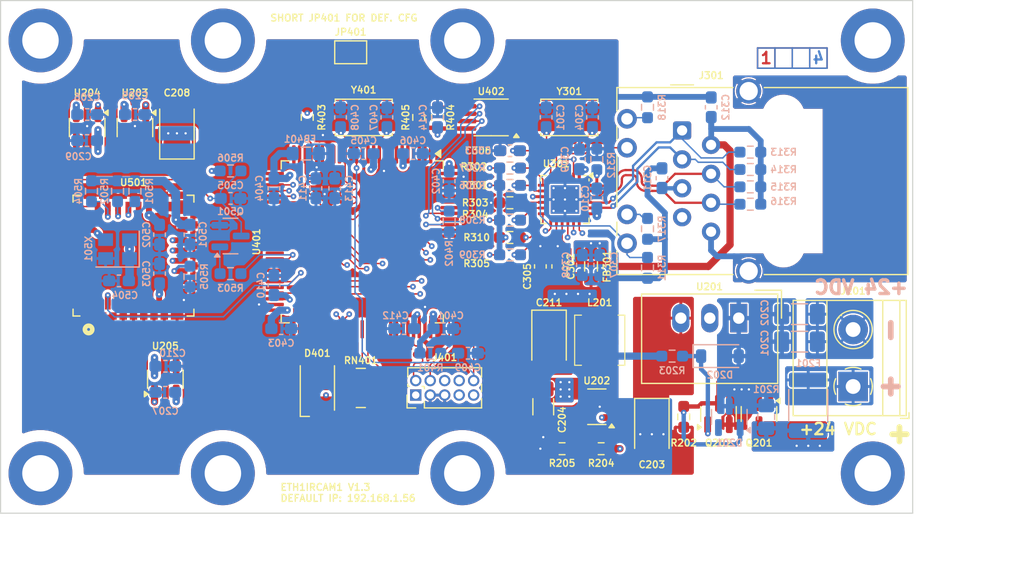
<source format=kicad_pcb>
(kicad_pcb (version 20240108) (generator "pcbnew") (generator_version "8.0")
  (layers (0 "F.Cu" signal) (1 "In1.Cu" signal) (2 "In2.Cu" signal) (31 "B.Cu" signal) (34 "B.Paste" user) (35 "F.Paste" user) (36 "B.SilkS" user "B.Silkscreen") (37 "F.SilkS" user "F.Silkscreen") (38 "B.Mask" user) (39 "F.Mask" user) (44 "Edge.Cuts" user))
  (net 0 "")
  (net 1 "+5V")
  (net 2 "GND")
  (net 3 "+3.3V")
  (net 4 "+2V8")
  (net 5 "+1V2")
  (net 6 "VCCQ")
  (net 7 "+3V0")
  (net 8 "/MCU/LED_RED")
  (net 9 "/MCU/LED_GREEN")
  (net 10 "/Ethernet/ETH_TXP")
  (net 11 "/Ethernet/ETH_TXN")
  (net 12 "/Ethernet/ETH_RXP")
  (net 13 "/Ethernet/ETH_RXN")
  (net 14 "Earth")
  (net 15 "/Ethernet/LED1")
  (net 16 "/Ethernet/LED2")
  (net 17 "Net-(D201-K)")
  (net 18 "/MCU/LED_BLUE")
  (net 19 "/Ethernet/MODE0")
  (net 20 "/Ethernet/RMII_RXD0")
  (net 21 "/Ethernet/MODE1")
  (net 22 "/Ethernet/RMII_RXD1")
  (net 23 "/Ethernet/MODE2")
  (net 24 "/Ethernet/RMII_CRS_DV")
  (net 25 "/Ethernet/REFCLK0")
  (net 26 "/Ethernet/REF_CLK")
  (net 27 "/Lepton/SPI_MISO")
  (net 28 "Net-(U301-XTAL1{slash}CLKIN)")
  (net 29 "Net-(U301-VDDCR)")
  (net 30 "Net-(U301-XTAL2)")
  (net 33 "Net-(U401-PH0)")
  (net 34 "/Ethernet/RMII_MDC")
  (net 35 "/Ethernet/RMII_TXEN")
  (net 36 "/Ethernet/RMII_TXD0")
  (net 37 "/Ethernet/RMII_TXD1")
  (net 38 "/Lepton/LEP_~{RST}")
  (net 39 "/Lepton/CLK_25MHZ")
  (net 40 "/MCU/NRST")
  (net 41 "VDDA")
  (net 42 "Net-(U401-PH1)")
  (net 43 "Net-(C410-Pad1)")
  (net 44 "Net-(C412-Pad1)")
  (net 45 "Net-(D401-RK)")
  (net 46 "/MCU/MCU_DEFAULT")
  (net 47 "/MCU/TMS_SWDIO")
  (net 48 "/MCU/TCK_SWCLK")
  (net 49 "Net-(D401-GK)")
  (net 50 "Net-(D401-BK)")
  (net 51 "Net-(J201-Pin_1)")
  (net 53 "/MCU/I2C1_SDA")
  (net 54 "/MCU/I2C1_SCL")
  (net 55 "/MCU/EEPROM_WP")
  (net 56 "Net-(J301-Pad9)")
  (net 57 "Net-(J301-Pad11)")
  (net 62 "Net-(Q501-B)")
  (net 63 "Net-(U202-FB)")
  (net 64 "Net-(U301-RXER{slash}PHYAD0)")
  (net 65 "Net-(U301-RBIAS)")
  (net 66 "Net-(U401-BOOT0)")
  (net 67 "Net-(U501-SPI_MOSI)")
  (net 70 "Net-(U202-SW)")
  (net 83 "/Lepton/I2C4_SCL")
  (net 84 "/Lepton/I2C4_SDA")
  (net 85 "/Lepton/LEP_nRST")
  (net 86 "/Ethernet/RMII_MDIO")
  (net 131 "/Lepton/LEP_VSYNC")
  (net 135 "/Lepton/SPI_CLK")
  (net 136 "/Lepton/SPI_~{SS}")
  (net 142 "Net-(D201-A)")
  (net 144 "Net-(D202-K)")
  (net 145 "Net-(Q201-D)")
  (net 146 "Net-(U501-PWR_DWN_L)")
  (footprint "Package_TO_SOT_SMD:SOT-23-5" (layer "F.Cu") (at 161.798 113.157 180)
    (property "Reference" "U202")
    (property "Value" "TLV62568DBV")
  )
  (footprint "ETH1IRCAM1:NX5032GA" (layer "F.Cu") (at 159.385 87.757 180)
    (property "Reference" "Y301")
    (property "Value" "NX5032GA-25")
  )
  (footprint "Package_TO_SOT_SMD:SOT-23-5" (layer "F.Cu") (at 123.952 110.744 90)
    (property "Reference" "U205")
    (property "Value" "MIC5365-1.2YD5")
  )
  (footprint "Jumper:SolderJumper-2_P1.3mm_Open_Pad1.0x1.5mm" (layer "F.Cu") (at 140.208 82.042)
    (property "Reference" "JP401")
    (property "Value" "Open")
  )
  (footprint "Package_TO_SOT_SMD:SOT-23-5" (layer "F.Cu") (at 117.094 88.646 -90)
    (property "Reference" "U204")
    (property "Value" "MIC5365-2.8YD5")
  )
  (footprint "MountingHole:MountingHole_3.2mm_M3_DIN965_Pad_TopBottom" (layer "F.Cu") (at 186 81)
    (property "Reference" "H102" (hide yes))
    (property "Value" "M3")
  )
  (footprint "Resistor_SMD:R_0603_1608Metric_Pad0.98x0.95mm_HandSolder" (layer "F.Cu") (at 147.828 87.757 90)
    (property "Reference" "R404")
    (property "Value" "4k7")
  )
  (footprint "Package_TO_SOT_SMD:SOT-23-5" (layer "F.Cu") (at 121.285 88.646 -90)
    (property "Reference" "U203")
    (property "Value" "TLV75530PDBV")
  )
  (footprint "Resistor_SMD:R_0603_1608Metric_Pad0.98x0.95mm_HandSolder" (layer "F.Cu") (at 136.398 87.757 90)
    (property "Reference" "R403")
    (property "Value" "10k")
  )
  (footprint "MountingHole:MountingHole_3.2mm_M3_DIN965_Pad_TopBottom" (layer "F.Cu") (at 129 81)
    (property "Reference" "H105" (hide yes))
    (property "Value" "M3")
  )
  (footprint "Resistor_SMD:R_0603_1608Metric_Pad0.98x0.95mm_HandSolder" (layer "F.Cu") (at 154.178 92.202 180)
    (property "Reference" "R302")
    (property "Value" "33")
  )
  (footprint "LED_SMD:LED_Avago_PLCC4_3.2x2.8mm_CW" (layer "F.Cu") (at 137.287 111.506 90)
    (property "Reference" "D401")
    (property "Value" "ASCB-JTC2-0A308")
  )
  (footprint "TerminalBlock_Phoenix:TerminalBlock_Phoenix_MKDS-1,5-2_1x02_P5.00mm_Horizontal" (layer "F.Cu") (at 184.277 111.379 90)
    (property "Reference" "J201")
    (property "Value" "MKDS 1,5/ 2-5,08")
  )
  (footprint "ETH1IRCAM1:MOLEX_105028-1001" (layer "F.Cu") (at 121.158 99.891 90)
    (property "Reference" "U501")
    (property "Value" "105028-1001 + Lepton 3.1R")
  )
  (footprint "Capacitor_SMD:C_0603_1608Metric_Pad1.08x0.95mm_HandSolder" (layer "F.Cu") (at 156.845 100.838 90)
    (property "Reference" "C305")
    (property "Value" "1u")
  )
  (footprint "ETH1IRCAM1:CSHB0415" (layer "F.Cu") (at 162.052 107.315 90)
    (property "Reference" "L201")
    (property "Value" "CSHB0415-2R2M")
  )
  (footprint "MountingHole:MountingHole_3.2mm_M3_DIN965_Pad_TopBottom" (layer "F.Cu") (at 129 119)
    (property "Reference" "H108" (hide yes))
    (property "Value" "M3")
  )
  (footprint "MountingHole:MountingHole_3.2mm_M3_DIN965_Pad_TopBottom" (layer "F.Cu") (at 150 81)
    (property "Reference" "H107" (hide yes))
    (property "Value" "M3")
  )
  (footprint "Resistor_SMD:R_0603_1608Metric_Pad0.98x0.95mm_HandSolder" (layer "F.Cu") (at 154.178 96.774 180)
    (property "Reference" "R304")
    (property "Value" "33")
  )
  (footprint "Resistor_SMD:R_0603_1608Metric_Pad0.98x0.95mm_HandSolder" (layer "F.Cu") (at 158.75 116.84 180)
    (property "Reference" "R205")
    (property "Value" "10k")
  )
  (footprint "Package_TO_SOT_SMD:SOT-23" (layer "F.Cu") (at 172.466 113.792 90)
    (property "Reference" "Q202")
    (property "Value" "MMBT3904")
  )
  (footprint "Capacitor_Tantalum_SMD:CP_EIA-3528-21_Kemet-B_Pad1.50x2.35mm_HandSolder" (layer "F.Cu") (at 157.607 107.315 -90)
    (property "Reference" "C211")
    (property "Value" "22u")
  )
  (footprint "MountingHole:MountingHole_3.2mm_M3_DIN965_Pad_TopBottom" (layer "F.Cu") (at 150 119)
    (property "Reference" "H106" (hide yes))
    (property "Value" "M3")
  )
  (footprint "Package_DFN_QFN:VQFN-24-1EP_4x4mm_P0.5mm_EP2.5x2.5mm_ThermalVias" (layer "F.Cu") (at 159.004 94.9635 -90)
    (property "Reference" "U301")
    (property "Value" "LAN8742A")
  )
  (footprint "Connector_RJ:RJ45_Wuerth_7499010121A_Horizontal" (layer "F.Cu") (at 169.276 88.9)
    (property "Reference" "J301")
    (property "Value" "RJ45_Wuerth_7499010121A")
  )
  (footprint "Connector_PinHeader_1.27mm:PinHeader_2x05_P1.27mm_Vertical" (layer "F.Cu") (at 145.913 112.131 90)
    (property "Reference" "J401")
    (property "Value" "20021111-00010T4LF")
  )
  (footprint "Resistor_SMD:R_0603_1608Metric_Pad0.98x0.95mm_HandSolder" (layer "F.Cu") (at 162.179 116.84 180)
    (property "Reference" "R204")
    (property "Value" "45k3")
  )
  (footprint "MountingHole:MountingHole_3.2mm_M3_DIN965_Pad_TopBottom" (layer "F.Cu") (at 186 119)
    (property "Reference" "H103" (hide yes))
    (property "Value" "M3")
  )
  (footprint "Resistor_SMD:R_Array_Concave_4x0603" (layer "F.Cu") (at 141.097 111.506 180)
    (property "Reference" "RN401")
    (property "Value" "680")
  )
  (footprint "Resistor_SMD:R_0603_1608Metric_Pad0.98x0.95mm_HandSolder" (layer "F.Cu") (at 154.178 99.822 180)
    (property "Reference" "R305")
    (property "Value" "33")
  )
  (footprint "Resistor_SMD:R_0603_1608Metric_Pad0.98x0.95mm_HandSolder" (layer "F.Cu") (at 169.418 114.046 -90)
    (property "Reference" "R202")
    (property "Value" "100k")
  )
  (footprint "Inductor_SMD:L_0805_2012Metric_Pad1.05x1.20mm_HandSolder" (layer "F.Cu") (at 161.29 100.838 -90)
    (property "Reference" "FB301")
    (property "Value" "742792031")
  )
  (footprint "Capacitor_SMD:C_0603_1608Metric_Pad1.08x0.95mm_HandSolder" (layer "F.Cu") (at 154.178 90.678 180)
    (property "Reference" "C306")
    (property "Value" "1u")
  )
  (footprint "Package_TO_SOT_SMD:SOT-23" (layer "F.Cu") (at 176.022 113.792 -90)
    (property "Reference" "Q201")
    (property "Value" "SI5618A")
  )
  (footprint "Capacitor_SMD:C_1206_3216Metric_Pad1.33x1.80mm_HandSolder" (layer "F.Cu") (at 157.099 113.157 -90)
    (property "Reference" "C204")
    (property "Value" "10u")
  )
  (footprint "Package_QFP:LQFP-100_14x14mm_P0.5mm" (layer "F.Cu") (at 141.224 98.679 -90)
    (property "Reference" "U401")
    (property "Value" "STM32H723VETx")
  )
  (footprint "Resistor_SMD:R_0603_1608Metric_Pad0.98x0.95mm_HandSolder" (layer "F.Cu") (at 154.178 93.726 180)
    (property "Reference" "R301")
    (property "Value" "33")
  )
  (footprint "Capacitor_Tantalum_SMD:CP_EIA-3528-21_Kemet-B_Pad1.50x2.35mm_HandSolder" (layer "F.Cu") (at 124.968 88.773 90)
    (property "Reference" "C208")
    (property "Value" "22u")
  )
  (footprint "MountingHole:MountingHole_3.2mm_M3_DIN965_Pad_TopBottom" (layer "F.Cu") (at 113 119)
    (property "Reference" "H104" (hide yes))
    (property "Value" "M3")
  )
  (footprint "Converter_DCDC:Converter_DCDC_TRACO_TSR-1_THT" (layer "F.Cu") (at 174.244 105.3785 180)
    (property "Reference" "U201")
    (property "Value" "TSR_1-2450")
  )
  (footprint "ETH1IRCAM1:NX5032GA" (layer "F.Cu") (at 141.351 87.757 180)
    (property "Reference" "Y401")
    (property "Value" "NX5032GA-16")
  )
  (footprint "Capacitor_SMD:C_0603_1608Metric_Pad1.08x0.95mm_HandSolder" (layer "F.Cu") (at 158.369 100.838 90)
    (property "Reference" "C302")
    (property "Value" "0.1u")
  )
  (footprint "Package_SO:MSOP-8_3x3mm_P0.65mm" (layer "F.Cu") (at 152.527 87.757 180)
    (property "Reference" "U402")
    (property "Value" "24LC08B-E/MS")
  )
  (footprint "Resistor_SMD:R_0603_1608Metric_Pad0.98x0.95mm_HandSolder" (layer "F.Cu") (at 154.178 95.25 180)
    (property "Reference" "R303")
    (property "Value" "10k")
  )
  (footprint "Resistor_SMD:R_0603_1608Metric_Pad0.98x0.95mm_HandSolder" (layer "F.Cu") (at 154.178 98.298)
    (property "Reference" "R310")
    (property "Value" "1k5")
  )
  (footprint "MountingHole:MountingHole_3.2mm_M3_DIN965_Pad_TopBottom" (layer "F.Cu") (at 113 81)
    (property "Reference" "H101" (hide yes))
    (property "Value" "M3")
  )
  (footprint "Capacitor_Tantalum_SMD:CP_EIA-3528-21_Kemet-B_Pad1.50x2.35mm_HandSolder" (layer "F.Cu") (at 166.624 115.062 -90)
    (property "Reference" "C203")
    (property "Value" "22u")
  )
  (footprint "Resistor_SMD:R_0603_1608Metric_Pad0.98x0.95mm_HandSolder" (layer "F.Cu") (at 146.177 87.757 90)
    (property "Reference" "R405")
    (property "Value" "4k7")
  )
  (footprint "Capacitor_SMD:C_0603_1608Metric_Pad1.08x0.95mm_HandSolder" (layer "B.Cu") (at 144.907 106.299 180)
    (property "Reference" "C412")
    (property "Value" "2u2")
  )
  (footprint "Resistor_SMD:R_0603_1608Metric_Pad0.98x0.95mm_HandSolder" (layer "B.Cu") (at 129.667 92.456)
    (property "Reference" "R506")
    (property "Value" "10k")
  )
  (footprint "Capacitor_SMD:C_0603_1608Metric_Pad1.08x0.95mm_HandSolder" (layer "B.Cu") (at 171.831 86.868 90)
    (property "Reference" "C312")
    (property "Value" "0.1u")
  )
  (footprint "Capacitor_SMD:C_0603_1608Metric_Pad1.08x0.95mm_HandSolder" (layer "B.Cu") (at 161.417 87.757 90)
    (property "Reference" "C304")
    (property "Value" "8p")
  )
  (footprint "Resistor_SMD:R_0603_1608Metric_Pad0.98x0.95mm_HandSolder" (layer "B.Cu") (at 121.285 94.234 -90)
    (property "Reference" "R501")
    (property "Value" "4k7")
  )
  (footprint "Resistor_SMD:R_0603_1608Metric_Pad0.98x0.95mm_HandSolder" (layer "B.Cu") (at 175.26 93.853 180)
    (property "Reference" "R315")
    (property "Value" "49R9")
  )
  (footprint "Capacitor_SMD:C_0603_1608Metric_Pad1.08x0.95mm_HandSolder" (layer "B.Cu") (at 123.444 98.044 -90)
    (property "Reference" "C502")
    (property "Value" "0.1u")
  )
  (footprint "Diode_SMD:D_SOD-123" (layer "B.Cu") (at 172.593 108.712)
    (property "Reference" "D202")
    (property "Value" "1N4148W")
  )
  (footprint "Capacitor_SMD:C_0603_1608Metric_Pad1.08x0.95mm_HandSolder" (layer "B.Cu") (at 138.811 93.98 -90)
    (property "Reference" "C413")
    (property "Value" "0.1u")
  )
  (footprint "Capacitor_SMD:C_0603_1608Metric_Pad1.08x0.95mm_HandSolder" (layer "B.Cu") (at 137.16 93.98 -90)
    (property "Reference" "C411")
    (property "Value" "1u")
  )
  (footprint "Resistor_SMD:R_0603_1608Metric_Pad0.98x0.95mm_HandSolder" (layer "B.Cu") (at 154.178 99.822)
    (property "Reference" "R309")
    (property "Value" "10k")
  )
  (footprint "Capacitor_SMD:C_0603_1608Metric_Pad1.08x0.95mm_HandSolder" (layer "B.Cu") (at 147.828 87.757 -90)
    (property "Reference" "C414")
    (property "Value" "0.1u")
  )
  (footprint "Resistor_SMD:R_0603_1608Metric_Pad0.98x0.95mm_HandSolder" (layer "B.Cu") (at 168.402 108.712 180)
    (property "Reference" "R203")
    (property "Value" "100k")
  )
  (footprint "Package_TO_SOT_SMD:SOT-23" (layer "B.Cu") (at 173.416 114.046 90)
    (property "Reference" "D201")
    (property "Value" "BZX84C10LT1G")
  )
  (footprint "Capacitor_SMD:C_0603_1608Metric_Pad1.08x0.95mm_HandSolder" (layer "B.Cu") (at 143.383 87.757 90)
    (property "Reference" "C407")
    (property "Value" "8p")
  )
  (footprint "Capacitor_SMD:C_1206_3216Metric_Pad1.33x1.80mm_HandSolder" (layer "B.Cu") (at 179.578 105.029)
    (property "Reference" "C202")
    (property "Value" "4u7/50V")
  )
  (footprint "Capacitor_SMD:C_0603_1608Metric_Pad1.08x0.95mm_HandSolder" (layer "B.Cu") (at 117.094 89.789 180)
    (property "Reference" "C209")
    (property "Value" "1u")
  )
  (footprint "Capacitor_SMD:C_0603_1608Metric_Pad1.08x0.95mm_HandSolder" (layer "B.Cu") (at 160.274 91.44 90)
    (property "Reference" "C309")
    (property "Value" "0.1u")
  )
  (footprint "Capacitor_SMD:C_0603_1608Metric_Pad1.08x0.95mm_HandSolder" (layer "B.Cu") (at 162.052 100.711 -90)
    (property "Reference" "C307")
    (property "Value" "1u")
  )
  (footprint "Capacitor_SMD:C_0603_1608Metric_Pad1.08x0.95mm_HandSolder" (layer "B.Cu") (at 150.495 108.458)
    (property "Reference" "C409")
    (property "Value" "0.1u")
  )
  (footprint "Resistor_SMD:R_0603_1608Metric_Pad0.98x0.95mm_HandSolder" (layer "B.Cu") (at 175.26 92.329 180)
    (property "Reference" "R314")
    (property "Value" "49R9")
  )
  (footprint "Inductor_SMD:L_0805_2012Metric_Pad1.05x1.20mm_HandSolder" (layer "B.Cu") (at 136.271 90.932 180)
    (property "Reference" "FB401")
    (property "Value" "742792031")
  )
  (footprint "Capacitor_SMD:C_0603_1608Metric_Pad1.08x0.95mm_HandSolder" (layer "B.Cu") (at 145.669 90.932)
    (property "Reference" "C406")
    (property "Value" "1u")
  )
  (footprint "Resistor_SMD:R_0603_1608Metric_Pad0.98x0.95mm_HandSolder" (layer "B.Cu") (at 119.761 94.234 -90)
    (property "Reference" "R502")
    (property "Value" "4k7")
  )
  (footprint "Oscillator:Oscillator_SMD_Abracon_ASE-4Pin_3.2x2.5mm" (layer "B.Cu") (at 119.761 99.314 180)
    (property "Reference" "X501")
    (property "Value" "ASEMB-25.000MHZ-LY-T")
  )
  (footprint "Capacitor_SMD:C_0603_1608Metric_Pad1.08x0.95mm_HandSolder" (layer "B.Cu") (at 123.952 109.601)
    (property "Reference" "C210")
    (property "Value" "1u")
  )
  (footprint "Capacitor_SMD:C_0603_1608Metric_Pad1.08x0.95mm_HandSolder" (layer "B.Cu") (at 154.178 90.678 180)
    (property "Reference" "C303")
    (property "Value" "470p")
  )
  (footprint "Resistor_SMD:R_0603_1608Metric_Pad0.98x0.95mm_HandSolder" (layer "B.Cu") (at 154.178 92.202)
    (property "Reference" "R307")
    (property "Value" "10k")
  )
  (footprint "Resistor_SMD:R_0603_1608Metric_Pad0.98x0.95mm_HandSolder" (layer "B.Cu") (at 166.243 86.868 90)
    (property "Reference" "R318")
    (property "Value" "560")
  )
  (footprint "Capacitor_SMD:C_0603_1608Metric_Pad1.08x0.95mm_HandSolder" (layer "B.Cu") (at 117.094 87.503)
    (property "Reference" "C206")
    (property "Value" "1u")
  )
  (footprint "Capacitor_SMD:C_0603_1608Metric_Pad1.08x0.95mm_HandSolder" (layer "B.Cu") (at 167.513 93.091 90)
    (property "Reference" "C311")
    (property "Value" "0.1u")
  )
  (footprint "Capacitor_SMD:C_0603_1608Metric_Pad1.08x0.95mm_HandSolder" (layer "B.Cu") (at 160.528 100.711 -90)
    (property "Reference" "C308")
    (property "Value" "0.1u")
  )
  (footprint "Resistor_SMD:R_0603_1608Metric_Pad0.98x0.95mm_HandSolder" (layer "B.Cu") (at 175.26 90.805 180)
    (property "Reference" "R313")
    (property "Value" "49R9")
  )
  (footprint "Package_TO_SOT_SMD:SOT-23" (layer "B.Cu") (at 129.667 98.171)
    (property "Reference" "Q501")
    (property "Value" "MMBT3904")
  )
  (footprint "Resistor_SMD:R_0603_1608Metric_Pad0.98x0.95mm_HandSolder" (layer "B.Cu") (at 154.178 93.726)
    (property "Reference" "R306")
    (property "Value" "10k")
  )
  (footprint "Capacitor_SMD:C_0603_1608Metric_Pad1.08x0.95mm_HandSolder" (layer "B.Cu") (at 134.112 106.299)
    (property "Reference" "C403")
    (property "Value" "0.1u")
  )
  (footprint "Resistor_SMD:R_0805_2012Metric_Pad1.20x1.40mm_HandSolder" (layer "B.Cu") (at 176.657 114.046 90)
    (property "Reference" "R201")
    (property "Value" "DNP")
  )
  (footprint "Resistor_SMD:R_0603_1608Metric_Pad0.98x0.95mm_HandSolder" (layer "B.Cu") (at 161.798 91.44 -90)
    (property "Reference" "R312")
    (property "Value" "12k1")
  )
  (footprint "Capacitor_SMD:C_0603_1608Metric_Pad1.08x0.95mm_HandSolder" (layer "B.Cu") (at 119.888 102.108 180)
    (property "Reference" "C504")
    (property "Value" "0.1u")
  )
  (footprint "Capacitor_SMD:C_0603_1608Metric_Pad1.08x0.95mm_HandSolder" (layer "B.Cu") (at 157.353 87.757 90)
    (property "Reference" "C301")
    (property "Value" "8p")
  )
  (footprint "Capacitor_SMD:C_0603_1608Metric_Pad1.08x0.95mm_HandSolder" (layer "B.Cu") (at 121.285 87.503)
    (property "Reference" "C205")
    (property "Value" "1u")
  )
  (footprint "Capacitor_SMD:C_0603_1608Metric_Pad1.08x0.95mm_HandSolder" (layer "B.Cu") (at 126.111 98.044 -90)
    (property "Reference" "C501")
    (property "Value" "0.1u")
  )
  (footprint "Capacitor_SMD:C_0603_1608Metric_Pad1.08x0.95mm_HandSolder" (layer "B.Cu") (at 139.319 87.757 90)
    (property "Reference" "C408")
    (property "Value" "8p")
  )
  (footprint "Capacitor_SMD:C_0603_1608Metric_Pad1.08x0.95mm_HandSolder" (layer "B.Cu") (at 129.667 94.869)
    (property "Reference" "C505")
    (property "Value" "1u")
  )
  (footprint "Fuse:Fuse_1812_4532Metric_Pad1.30x3.40mm_HandSolder" (layer "B.Cu") (at 180.34 113.03 -90)
    (property "Reference" "F201")
    (property "Value" "1812L075/33DR")
  )
  (footprint "Resistor_SMD:R_0603_1608Metric_Pad0.98x0.95mm_HandSolder" (layer "B.Cu") (at 129.667 101.473 180)
    (property "Reference" "R503")
    (property "Value" "10k")
  )
  (footprint "Capacitor_SMD:C_0603_1608Metric_Pad1.08x0.95mm_HandSolder" (layer "B.Cu") (at 123.952 111.887 180)
    (property "Reference" "C207")
    (property "Value" "1u")
  )
  (footprint "Resistor_SMD:R_0603_1608Metric_Pad0.98x0.95mm_HandSolder" (layer "B.Cu") (at 147.193 108.458)
    (property "Reference" "R401")
    (property "Value" "10k")
  )
  (footprint "Capacitor_SMD:C_1206_3216Metric_Pad1.33x1.80mm_HandSolder" (layer "B.Cu") (at 179.578 107.442)
    (property "Reference" "C201")
    (property "Value" "10u/50V")
  )
  (footprint "Capacitor_SMD:C_0603_1608Metric_Pad1.08x0.95mm_HandSolder" (layer "B.Cu") (at 148.336 106.299)
    (property "Reference" "C401")
    (property "Value" "0.1u")
  )
  (footprint "Resistor_SMD:R_0603_1608Metric_Pad0.98x0.95mm_HandSolder" (layer "B.Cu") (at 126.111 101.727 90)
    (property "Reference" "R505")
    (property "Value" "0")
  )
  (footprint "Resistor_SMD:R_0603_1608Metric_Pad0.98x0.95mm_HandSolder" (layer "B.Cu") (at 148.844 96.901 90)
    (property "Reference" "R402")
    (property "Value" "0")
  )
  (footprint "Resistor_SMD:R_0603_1608Metric_Pad0.98x0.95mm_HandSolder" (layer "B.Cu") (at 175.26 95.377 180)
    (property "Reference" "R316")
    (property "Value" "49R9")
  )
  (footprint "Capacitor_SMD:C_0603_1608Metric_Pad1.08x0.95mm_HandSolder" (layer "B.Cu") (at 161.798 94.869 90)
    (property "Reference" "C310")
    (property "Value" "0.1u")
  )
  (footprint "Resistor_SMD:R_0603_1608Metric_Pad0.98x0.95mm_HandSolder" (layer "B.Cu") (at 166.243 100.965 -90)
    (property "Reference" "R311")
    (property "Value" "10k")
  )
  (footprint "Resistor_SMD:R_0603_1608Metric_Pad0.98x0.95mm_HandSolder" (layer "B.Cu") (at 166.243 97.536 -90)
    (property "Reference" "R317")
    (property "Value" "560")
  )
  (footprint "Resistor_SMD:R_0603_1608Metric_Pad0.98x0.95mm_HandSolder" (layer "B.Cu") (at 117.475 94.234 -90)
    (property "Reference" "R504")
    (property "Value" "100k")
  )
  (footprint "Capacitor_SMD:C_0603_1608Metric_Pad1.08x0.95mm_HandSolder" (layer "B.Cu") (at 133.477 102.489 90)
    (property "Reference" "C410")
    (property "Value" "2u2")
  )
  (footprint "Capacitor_SMD:C_0603_1608Metric_Pad1.08x0.95mm_HandSolder" (layer "B.Cu") (at 123.444 101.473 90)
    (property "Reference" "C503")
    (property "Value" "0.1u")
  )
  (footprint "Capacitor_SMD:C_0603_1608Metric_Pad1.08x0.95mm_HandSolder" (layer "B.Cu") (at 148.844 93.345 -90)
    (property "Reference" "C402")
    (property "Value" "0.1u")
  )
  (footprint "Capacitor_SMD:C_0603_1608Metric_Pad1.08x0.95mm_HandSolder" (layer "B.Cu") (at 141.351 90.932 180)
    (property "Reference" "C405")
    (property "Value" "0.1u")
  )
  (footprint "Resistor_SMD:R_0603_1608Metric_Pad0.98x0.95mm_HandSolder" (layer "B.Cu") (at 154.178 96.774)
    (property "Reference" "R308")
    (property "Value" "10k")
  )
  (footprint "Capacitor_SMD:C_0603_1608Metric_Pad1.08x0.95mm_HandSolder" (layer "B.Cu") (at 133.477 93.98 -90)
    (property "Reference" "C404")
    (property "Value" "0.1u")
  )
  (gr_line (start 186.944 111.379) (end 188.214 111.379) (stroke (width 0.5)) (layer "B.SilkS"))
  (gr_line (start 187.579 112.014) (end 187.579 110.744) (stroke (width 0.5)) (layer "B.SilkS"))
  (gr_line (start 187.579 107.061) (end 187.579 105.791) (stroke (width 0.5)) (layer "B.SilkS"))
  (gr_line (start 187.706 115.57) (end 188.976 115.57) (stroke (width 0.5)) (layer "F.SilkS"))
  (gr_line (start 188.341 116.205) (end 188.341 114.935) (stroke (width 0.5)) (layer "F.SilkS"))
  (gr_line (start 189.5 77.5) (end 189.5 122.5) (stroke (width 0.1)) (layer "Edge.Cuts"))
  (gr_line (start 109.5 77.5) (end 189.5 77.5) (stroke (width 0.1)) (layer "Edge.Cuts"))
  (gr_line (start 109.5 122.5) (end 109.5 77.5) (stroke (width 0.1)) (layer "Edge.Cuts"))
  (gr_line (start 189.5 122.5) (end 109.5 122.5) (stroke (width 0.1)) (layer "Edge.Cuts"))
  (gr_text "1" (at 176.657 82.55 0) (layer "F.Cu") (effects (font (size 1 1) (thickness 0.2))))
  (gr_text "4" (at 181.229 82.55 0) (layer "B.Cu") (effects (font (size 1 1) (thickness 0.2)) (justify mirror)))
  (gr_text "+24 VDC" (at 189.23 103.378 0) (layer "B.SilkS") (effects (font (size 1.2 1.2) (thickness 0.3) (bold yes)) (justify left bottom mirror)))
  (gr_text "ETH1IRCAM1 V1.3\nDEFAULT IP: 192.168.1.56" (at 133.985 121.539 0) (layer "F.SilkS") (effects (font (size 0.6 0.6) (thickness 0.12) (bold yes)) (justify left bottom)))
  (gr_text "SHORT JP401 FOR DEF. CFG" (at 133.096 79.375 0) (layer "F.SilkS") (effects (font (size 0.6 0.6) (thickness 0.12) (bold yes)) (justify left bottom)))
  (gr_text "+24 VDC" (at 179.451 115.697 0) (layer "F.SilkS") (effects (font (size 1 1) (thickness 0.2) (bold yes)) (justify left bottom)))
  (segment (start 181.991 83.439) (end 175.895 83.439) (width 0.127) (layer "F.Cu") (net 0))
  (segment (start 177.419 83.439) (end 177.419 81.661) (width 0.127) (layer "F.Cu") (net 0))
  (segment (start 175.895 81.661) (end 181.991 81.661) (width 0.127) (layer "F.Cu") (net 0))
  (segment (start 180.467 81.661) (end 180.467 83.439) (width 0.127) (layer "F.Cu") (net 0))
  (segment (start 178.943 81.661) (end 178.943 83.439) (width 0.127) (layer "F.Cu") (net 0))
  (segment (start 181.991 83.439) (end 181.991 81.661) (width 0.127) (layer "F.Cu") (net 0))
  (segment (start 175.895 83.439) (end 175.895 81.661) (width 0.127) (layer "F.Cu") (net 0))
  (segment (start 180.467 81.661) (end 180.467 83.439) (width 0.127) (layer "B.Cu") (net 0))
  (segment (start 178.943 81.661) (end 178.943 83.439) (width 0.127) (layer "B.Cu") (net 0))
  (segment (start 175.895 81.661) (end 181.991 81.661) (width 0.127) (layer "B.Cu") (net 0))
  (segment (start 175.895 83.439) (end 175.895 81.661) (width 0.127) (layer "B.Cu") (net 0))
  (segment (start 181.991 83.439) (end 175.895 83.439) (width 0.127) (layer "B.Cu") (net 0))
  (segment (start 177.419 83.439) (end 177.419 81.661) (width 0.127) (layer "B.Cu") (net 0))
  (segment (start 181.991 83.439) (end 181.991 81.661) (width 0.127) (layer "B.Cu") (net 0))
  (segment (start 122.235 87.5085) (end 122.235 86.651) (width 0.635) (layer "F.Cu") (net 1))
  (segment (start 162.24 114.107) (end 162.9355 114.107) (width 0.508) (layer "F.Cu") (net 1))
  (segment (start 120.335 87.5085) (end 120.335 86.614) (width 0.635) (layer "F.Cu") (net 1))
  (via (at 158.623 112.268) (size 0.5) (drill 0.2) (layers "F.Cu" "B.Cu") (net 1))
  (via (at 120.335 86.614) (size 0.5) (drill 0.2) (layers "F.Cu" "B.Cu") (net 1))
  (via (at 159.385 112.268) (size 0.5) (drill 0.2) (layers "F.Cu" "B.Cu") (net 1))
  (via (at 158.623 110.998) (size 0.5) (drill 0.2) (layers "F.Cu" "B.Cu") (net 1))
  (via (at 159.385 110.998) (size 0.5) (drill 0.2) (layers "F.Cu" "B.Cu") (net 1))
  (via (at 158.623 111.633) (size 0.5) (drill 0.2) (layers "F.Cu" "B.Cu") (net 1))
  (via (at 122.235 86.651) (size 0.5) (drill 0.2) (layers "F.Cu" "B.Cu") (net 1))
  (via (at 159.385 111.633) (size 0.5) (drill 0.2) (layers "F.Cu" "B.Cu") (net 1))
  (via (at 162.24 114.107) (size 0.5) (drill 0.2) (layers "F.Cu" "B.Cu") (net 1))
  (segment (start 120.4225 86.7015) (end 120.4225 87.503) (width 0.635) (layer "B.Cu") (net 1))
  (segment (start 120.335 86.614) (end 120.4225 86.7015) (width 0.635) (layer "B.Cu") (net 1))
  (segment (start 142.724 92.051) (end 143.129 92.456) (width 0.254) (layer "F.Cu") (net 2))
  (segment (start 121.285 87.5085) (end 121.285 88.519) (width 0.127) (layer "F.Cu") (net 2))
  (segment (start 138.224 93.424) (end 138.224 91.004) (width 0.254) (layer "F.Cu") (net 2))
  (segment (start 138.224 89.7608) (end 138.224 91.004) (width 0.254) (layer "F.Cu") (net 2))
  (segment (start 162.9355 113.157) (end 162.052 113.157) (width 0.635) (layer "F.Cu") (net 2))
  (segment (start 150.114 92.964) (end 149.899 93.179) (width 0.127) (layer "F.Cu") (net 2))
  (segment (start 137.922 94.488) (end 137.922 93.726) (width 0.254) (layer "F.Cu") (net 2))
  (segment (start 125.468 103.6748) (end 125.468 103.041) (width 0.254) (layer "F.Cu") (net 2))
  (segment (start 153.2655 95.25) (end 152.527 95.25) (width 0.127) (layer "F.Cu") (net 2))
  (segment (start 137.922 93.726) (end 138.224 93.424) (width 0.254) (layer "F.Cu") (net 2))
  (segment (start 149.899 93.179) (end 148.899 93.179) (width 0.127) (layer "F.Cu") (net 2))
  (segment (start 166.624 116.687) (end 166.624 115.57) (width 0.127) (layer "F.Cu") (net 2))
  (segment (start 157.099 114.7195) (end 157.099 115.824) (width 0.127) (layer "F.Cu") (net 2))
  (segment (start 125.5776 103.7844) (end 125.468 103.6748) (width 0.254) (layer "F.Cu") (net 2))
  (segment (start 117.094 87.5085) (end 117.094 88.519) (width 0.127) (layer "F.Cu") (net 2))
  (segment (start 146.728 104.394) (end 146.728 106.35) (width 0.254) (layer "F.Cu") (net 2))
  (segment (start 132.168 104.179) (end 133.549 104.179) (width 0.254) (layer "F.Cu") (net 2))
  (segment (start 137.7696 89.3064) (end 138.224 89.7608) (width 0.254) (layer "F.Cu") (net 2))
  (segment (start 157.8375 116.84) (end 156.845 116.84) (width 0.127) (layer "F.Cu") (net 2))
  (segment (start 146.728 106.35) (end 146.724 106.354) (width 0.254) (layer "F.Cu") (net 2))
  (segment (start 142.724 91.004) (end 142.724 92.051) (width 0.254) (layer "F.Cu") (net 2))
  (via (at 162.052 113.157) (size 0.5) (drill 0.2) (layers "F.Cu" "B.Cu") (net 2))
  (via (at 117.094 88.519) (size 0.5) (drill 0.2) (layers "F.Cu" "B.Cu") (net 2))
  (via (at 158.369 99.06) (size 0.5) (drill 0.2) (layers "F.Cu" "B.Cu") (net 2))
  (via (at 137.922 94.488) (size 0.5) (drill 0.2) (layers "F.Cu" "B.Cu") (net 2))
  (via (at 157.099 115.824) (size 0.5) (drill 0.2) (layers "F.Cu" "B.Cu") (net 2))
  (via (at 156.845 99.06) (size 0.5) (drill 0.2) (layers "F.Cu" "B.Cu") (net 2))
  (via (at 166.624 115.57) (size 0.5) (drill 0.2) (layers "F.Cu" "B.Cu") (net 2))
  (via (at 132.168 104.179) (size 0.5) (drill 0.2) (layers "F.Cu" "B.Cu") (net 2))
  (via (at 152.527 95.25) (size 0.5) (drill 0.2) (layers "F.Cu" "B.Cu") (net 2))
  (via (at 146.728 104.394) (size 0.5) (drill 0.2) (layers "F.Cu" "B.Cu") (net 2))
  (via (at 143.129 92.456) (size 0.5) (drill 0.2) (layers "F.Cu" "B.Cu") (net 2))
  (via (at 137.7696 89.3064) (size 0.5) (drill 0.2) (layers "F.Cu" "B.Cu") (net 2))
  (via (at 167.64 115.57) (size 0.5) (drill 0.2) (layers "F.Cu" "B.Cu") (net 2))
  (via (at 125.5776 103.7844) (size 0.5) (drill 0.2) (layers "F.Cu" "B.Cu") (net 2))
  (via (at 165.608 115.57) (size 0.5) (drill 0.2) (layers "F.Cu" "B.Cu") (net 2))
  (via (at 156.845 116.84) (size 0.5) (drill 0.2) (layers "F.Cu" "B.Cu") (net 2))
  (via (at 150.114 92.964) (size 0.5) (drill 0.2) (layers "F.Cu" "B.Cu") (net 2))
  (via (at 121.285 88.519) (size 0.5) (drill 0.2) (layers "F.Cu" "B.Cu") (net 2))
  (segment (start 167.767 98.4485) (end 167.767 101.346) (width 0.508) (layer "B.Cu") (net 2))
  (segment (start 167.767 96.139) (end 166.243 94.615) (width 0.508) (layer "B.Cu") (net 2))
  (segment (start 171.781 85.9555) (end 163.2185 85.9555) (width 0.508) (layer "B.Cu") (net 2))
  (segment (start 166.497 98.4485) (end 167.767 98.4485) (width 0.508) (layer "B.Cu") (net 2))
  (segment (start 171.831 86.0055) (end 171.781 85.9555) (width 0.508) (layer "B.Cu") (net 2))
  (segment (start 167.4895 108.712) (end 163.195 108.712) (width 0.635) (layer "B.Cu") (net 2))
  (segment (start 166.497 101.8775) (end 163.2185 101.8775) (width 0.508) (layer "B.Cu") (net 2))
  (segment (start 163.2185 101.8775) (end 163.195 101.854) (width 0.508) (layer "B.Cu") (net 2))
  (segment (start 166.243 94.615) (end 166.243 92.583) (width 0.508) (layer "B.Cu") (net 2))
  (segment (start 167.767 101.346) (end 167.2355 101.8775) (width 0.508) (layer "B.Cu") (net 2))
  (segment (start 137.922 94.488) (end 137.922 94.742) (width 0.127) (layer "B.Cu") (net 2))
  (segment (start 166.243 92.583) (end 166.5975 92.2285) (width 0.508) (layer "B.Cu") (net 2))
  (segment (start 166.5975 92.2285) (end 167.513 92.2285) (width 0.508) (layer "B.Cu") (net 2))
  (segment (start 167.2355 101.8775) (end 166.497 101.8775) (width 0.508) (layer "B.Cu") (net 2))
  (segment (start 137.922 94.742) (end 138.0225 94.8425) (width 0.127) (layer "B.Cu") (net 2))
  (segment (start 138.0225 94.8425) (end 138.811 94.8425) (width 0.127) (layer "B.Cu") (net 2))
  (segment (start 167.767 98.4485) (end 167.767 96.139) (width 0.508) (layer "B.Cu") (net 2))
  (segment (start 134.532 93.179) (end 133.549 93.179) (width 0.254) (layer "F.Cu") (net 3))
  (segment (start 153.2655 98.298) (end 153.797 98.298) (width 0.508) (layer "F.Cu") (net 3))
  (segment (start 147.828 88.6695) (end 146.177 88.6695) (width 0.381) (layer "F.Cu") (net 3))
  (segment (start 142.224 91.004) (end 142.224 92.091) (width 0.254) (layer "F.Cu") (net 3))
  (segment (start 156.1815 94.7135) (end 157.0665 94.7135) (width 0.254) (layer "F.Cu") (net 3))
  (segment (start 148.844 92.624) (end 148.899 92.679) (width 0.254) (layer "F.Cu") (net 3))
  (segment (start 118.044 86.651) (end 118.044 87.5085) (width 0.508) (layer "F.Cu") (net 3))
  (segment (start 142.224 92.091) (end 141.986 92.329) (width 0.254) (layer "F.Cu") (net 3))
  (segment (start 138.037 112.153) (end 138.037 113.006) (width 0.508) (layer "F.Cu") (net 3))
  (segment (start 116.144 86.675) (end 116.144 87.5085) (width 0.508) (layer "F.Cu") (net 3))
  (segment (start 124.902 112.71) (end 124.902 111.8815) (width 0.635) (layer "F.Cu") (net 3))
  (segment (start 147.8905 88.732) (end 147.828 88.6695) (width 0.381) (layer "F.Cu") (net 3))
  (segment (start 147.224 105.252) (end 147.224 106.354) (width 0.254) (layer "F.Cu") (net 3))
  (segment (start 134.651 104.679) (end 133.549 104.679) (width 0.254) (layer "F.Cu") (net 3))
  (segment (start 148.844 91.821) (end 148.844 92.624) (width 0.254) (layer "F.Cu") (net 3))
  (segment (start 147.447 105.029) (end 147.224 105.252) (width 0.254) (layer "F.Cu") (net 3))
  (segment (start 163.0915 116.84) (end 163.83 116.84) (width 0.635) (layer "F.Cu") (net 3))
  (segment (start 150.4145 88.732) (end 147.8905 88.732) (width 0.381) (layer "F.Cu") (net 3))
  (segment (start 144.789442 92.003997) (end 144.724 91.938555) (width 0.254) (layer "F.Cu") (net 3))
  (segment (start 144.724 91.938555) (end 144.724 91.004) (width 0.254) (layer "F.Cu") (net 3))
  (segment (start 136.398 86.8445) (end 136.398 87.376) (width 0.381) (layer "F.Cu") (net 3))
  (segment (start 134.874 92.837) (end 134.532 93.179) (width 0.254) (layer "F.Cu") (net 3))
  (segment (start 147.828 88.6695) (end 147.828 89.281) (width 0.508) (layer "F.Cu") (net 3))
  (segment (start 138.049 112.141) (end 138.037 112.153) (width 0.508) (layer "F.Cu") (net 3))
  (segment (start 123.002 112.739) (end 123.002 111.8815) (width 0.635) (layer "F.Cu") (net 3))
  (via (at 124.902 112.71) (size 0.5) (drill 0.2) (layers "F.Cu" "B.Cu") (net 3))
  (via (at 116.144 86.675) (size 0.5) (drill 0.2) (layers "F.Cu" "B.Cu") (net 3))
  (via (at 163.83 116.84) (size 0.5) (drill 0.2) (layers "F.Cu" "B.Cu") (net 3))
  (via (at 138.049 112.141) (size 0.5) (drill 0.2) (layers "F.Cu" "B.Cu") (net 3))
  (via (at 156.1815 94.7135) (size 0.5) (drill 0.2) (layers "F.Cu" "B.Cu") (net 3))
  (via (at 134.651 104.679) (size 0.5) (drill 0.2) (layers "F.Cu" "B.Cu") (net 3))
  (via (at 159.131 103.251) (size 0.5) (drill 0.2) (layers "F.Cu" "B.Cu") (net 3))
  (via (at 134.874 92.837) (size 0.5) (drill 0.2) (layers "F.Cu" "B.Cu") (net 3))
  (via (at 123.002 112.739) (size 0.5) (drill 0.2) (layers "F.Cu" "B.Cu") (net 3))
  (via (at 153.797 98.298) (size 0.5) (drill 0.2) (layers "F.Cu" "B.Cu") (net 3))
  (via (at 141.986 92.329) (size 0.5) (drill 0.2) (layers "F.Cu" "B.Cu") (net 3))
  (via (at 147.447 105.029) (size 0.5) (drill 0.2) (layers "F.Cu" "B.Cu") (net 3))
  (via (at 147.828 89.281) (size 0.5) (drill 0.2) (layers "F.Cu" "B.Cu") (net 3))
  (via (at 144.789442 92.003997) (size 0.5) (drill 0.2) (layers "F.Cu" "B.Cu") (net 3))
  (via (at 148.844 91.821) (size 0.5) (drill 0.2) (layers "F.Cu" "B.Cu") (net 3))
  (via (at 158.115 103.251) (size 0.5) (drill 0.2) (layers "F.Cu" "B.Cu") (net 3))
  (via (at 118.044 86.651) (size 0.5) (drill 0.2) (layers "F.Cu" "B.Cu") (net 3))
  (via (at 161.163 103.251) (size 0.5) (drill 0.2) (layers "F.Cu" "B.Cu") (net 3))
  (via (at 136.398 87.376) (size 0.5) (drill 0.2) (layers "F.Cu" "B.Cu") (net 3))
  (via (at 160.147 103.251) (size 0.5) (drill 0.2) (layers "F.Cu" "B.Cu") (net 3))
  (segment (start 142.2135 92.1015) (end 141.986 92.329) (width 0.635) (layer "B.Cu") (net 3))
  (segment (start 133.477 93.1175) (end 133.477 91.44) (width 0.635) (layer "B.Cu") (net 3))
  (segment (start 124.902 111.9745) (end 124.8145 111.887) (width 0.635) (layer "B.Cu") (net 3))
  (segment (start 147.4735 105.0555) (end 147.4735 106.299) (width 0.635) (layer "B.Cu") (net 3))
  (segment (start 147.828 89.281) (end 147.828 88.6195) (width 0.508) (layer "B.Cu") (net 3))
  (segment (start 133.985 90.932) (end 135.121 90.932) (width 0.635) (layer "B.Cu") (net 3))
  (segment (start 142.2135 90.932) (end 142.2135 92.1015) (width 0.635) (layer "B.Cu") (net 3))
  (segment (start 116.144 87.4155) (end 116.2315 87.503) (width 0.635) (layer "B.Cu") (net 3))
  (segment (start 153.2655 99.822) (end 153.2655 98.298) (width 0.508) (layer "B.Cu") (net 3))
  (segment (start 148.844 91.821) (end 148.844 92.4825) (width 0.635) (layer "B.Cu") (net 3))
  (segment (start 144.789442 92.003997) (end 144.8065 91.986939) (width 0.635) (layer "B.Cu") (net 3))
  (segment (start 153.797 98.298) (end 153.2655 98.298) (width 0.508) (layer "B.Cu") (net 3))
  (segment (start 116.144 86.675) (end 116.144 87.4155) (width 0.635) (layer "B.Cu") (net 3))
  (segment (start 153.2655 96.774) (end 153.2655 93.726) (width 0.508) (layer "B.Cu") (net 3))
  (segment (start 134.5935 93.1175) (end 133.477 93.1175) (width 0.635) (layer "B.Cu") (net 3))
  (segment (start 153.2655 98.298) (end 153.2655 96.774) (width 0.508) (layer "B.Cu") (net 3))
  (segment (start 146.2825 107.4635) (end 146.2825 108.458) (width 0.508) (layer "B.Cu") (net 3))
  (segment (start 147.447 105.029) (end 147.4735 105.0555) (width 0.635) (layer "B.Cu") (net 3))
  (segment (start 134.874 92.837) (end 134.5935 93.1175) (width 0.635) (layer "B.Cu") (net 3))
  (segment (start 144.8065 91.986939) (end 144.8065 90.932) (width 0.635) (layer "B.Cu") (net 3))
  (segment (start 134.651 104.679) (end 133.954 104.679) (width 0.635) (layer "B.Cu") (net 3))
  (segment (start 153.2655 93.726) (end 153.2655 92.202) (width 0.508) (layer "B.Cu") (net 3))
  (segment (start 133.2495 105.3835) (end 133.2495 106.299) (width 0.635) (layer "B.Cu") (net 3))
  (segment (start 147.447 106.299) (end 146.2825 107.4635) (width 0.508) (layer "B.Cu") (net 3))
  (segment (start 124.902 112.71) (end 124.902 111.9745) (width 0.635) (layer "B.Cu") (net 3))
  (segment (start 133.954 104.679) (end 133.2495 105.3835) (width 0.635) (layer "B.Cu") (net 3))
  (segment (start 133.477 91.44) (end 133.985 90.932) (width 0.635) (layer "B.Cu") (net 3))
  (segment (start 147.4735 106.299) (end 147.447 106.299) (width 0.508) (layer "B.Cu") (net 3))
  (segment (start 118.044 89.7835) (end 118.044 90.744) (width 0.635) (layer "F.Cu") (net 4))
  (segment (start 118.044 89.7835) (end 118.044 88.839) (width 0.635) (layer "F.Cu") (net 4))
  (segment (start 122.508 96.346) (end 122.508 95.581) (width 0.508) (layer "F.Cu") (net 4))
  (via (at 118.044 88.839) (size 0.5) (drill 0.2) (layers "F.Cu" "B.Cu") (net 4))
  (via (at 118.044 90.744) (size 0.5) (drill 0.2) (layers "F.Cu" "B.Cu") (net 4))
  (via (at 122.508 96.346) (size 0.5) (drill 0.2) (layers "F.Cu" "B.Cu") (net 4))
  (segment (start 118.044 88.839) (end 118.044 89.7015) (width 0.635) (layer "B.Cu") (net 4))
  (segment (start 122.6085 96.346) (end 123.444 97.1815) (width 0.762) (layer "B.Cu") (net 4))
  (segment (start 122.508 96.346) (end 122.6085 96.346) (width 0.762) (layer "B.Cu") (net 4))
  (segment (start 118.044 90.744) (end 118.044 89.8765) (width 0.635) (layer "B.Cu") (net 4))
  (segment (start 123.408 103.287) (end 123.408 104.201) (width 0.508) (layer "F.Cu") (net 5))
  (segment (start 123.002 110.424) (end 123.002 109.6065) (width 0.635) (layer "F.Cu") (net 5))
  (segment (start 123.002 109.6065) (end 123.002 108.839) (width 0.635) (layer "F.Cu") (net 5))
  (via (at 123.408 103.287) (size 0.5) (drill 0.2) (layers "F.Cu" "B.Cu") (net 5))
  (via (at 123.002 110.424) (size 0.5) (drill 0.2) (layers "F.Cu" "B.Cu") (net 5))
  (via (at 123.002 108.839) (size 0.5) (drill 0.2) (layers "F.Cu" "B.Cu") (net 5))
  (segment (start 123.444 102.3355) (end 123.444 103.251) (width 0.635) (layer "B.Cu") (net 5))
  (segment (start 123.444 103.251) (end 123.408 103.287) (width 0.635) (layer "B.Cu") (net 5))
  (segment (start 123.002 108.839) (end 123.002 109.5135) (width 0.635) (layer "B.Cu") (net 5))
  (segment (start 123.002 110.424) (end 123.002 109.6885) (width 0.635) (layer "B.Cu") (net 5))
  (segment (start 163.1188 100.838) (end 162.4584 100.1776) (width 0.635) (layer "F.Cu") (net 6))
  (segment (start 173.482 90.678) (end 173.482 98.933) (width 0.635) (layer "F.Cu") (net 6))
  (segment (start 171.816 90.17) (end 172.974 90.17) (width 0.635) (layer "F.Cu") (net 6))
  (segment (start 173.482 98.933) (end 171.577 100.838) (width 0.635) (layer "F.Cu") (net 6))
  (segment (start 161.798 96.393) (end 161.6185 96.2135) (width 0.254) (layer "F.Cu") (net 6))
  (segment (start 162.4584 100.1776) (end 162.4584 99.688) (width 0.635) (layer "F.Cu") (net 6))
  (segment (start 171.577 100.838) (end 163.1188 100.838) (width 0.635) (layer "F.Cu") (net 6))
  (segment (start 160.782 92.329) (end 160.401 92.329) (width 0.254) (layer "F.Cu") (net 6))
  (segment (start 172.974 90.17) (end 173.482 90.678) (width 0.635) (layer "F.Cu") (net 6))
  (segment (start 161.6185 96.2135) (end 160.9415 96.2135) (width 0.254) (layer "F.Cu") (net 6))
  (segment (start 160.401 92.329) (end 160.254 92.476) (width 0.254) (layer "F.Cu") (net 6))
  (segment (start 160.254 92.476) (end 160.254 93.026) (width 0.254) (layer "F.Cu") (net 6))
  (via (at 160.782 92.329) (size 0.5) (drill 0.2) (layers "F.Cu" "B.Cu") (net 6))
  (via (at 162.052 98.806) (size 0.5) (drill 0.2) (layers "F.Cu" "B.Cu") (net 6))
  (via (at 161.29 98.806) (size 0.5) (drill 0.2) (layers "F.Cu" "B.Cu") (net 6))
  (via (at 161.798 96.393) (size 0.5) (drill 0.2) (layers "F.Cu" "B.Cu") (net 6))
  (segment (start 167.5395 93.98) (end 167.513 93.9535) (width 0.381) (layer "B.Cu") (net 6))
  (segment (start 169.276 93.98) (end 167.5395 93.98) (width 0.381) (layer "B.Cu") (net 6))
  (segment (start 171.831 90.155) (end 171.816 90.17) (width 0.508) (layer "B.Cu") (net 6))
  (segment (start 176.1725 89.8125) (end 176.1725 90.805) (width 0.508) (layer "B.Cu") (net 6))
  (segment (start 161.798 95.7315) (end 161.798 96.393) (width 0.762) (layer "B.Cu") (net 6))
  (segment (start 171.831 87.7305) (end 171.831 88.773) (width 0.508) (layer "B.Cu") (net 6))
  (segment (start 176.1725 93.853) (end 176.1725 92.329) (width 0.508) (layer "B.Cu") (net 6))
  (segment (start 171.831 88.773) (end 175.133 88.773) (width 0.508) (layer "B.Cu") (net 6))
  (segment (start 171.831 87.7305) (end 171.831 90.155) (width 0.508) (layer "B.Cu") (net 6))
  (segment (start 160.3005 92.329) (end 160.274 92.3025) (width 0.635) (layer "B.Cu") (net 6))
  (segment (start 175.133 88.773) (end 176.1725 89.8125) (width 0.508) (layer "B.Cu") (net 6))
  (segment (start 160.782 92.329) (end 160.3005 92.329) (width 0.635) (layer "B.Cu") (net 6))
  (segment (start 176.1725 95.377) (end 176.1725 93.853) (width 0.508) (layer "B.Cu") (net 6))
  (segment (start 176.1725 92.329) (end 176.1725 90.805) (width 0.508) (layer "B.Cu") (net 6))
  (segment (start 124.874 96.741) (end 125.468 96.741) (width 0.508) (layer "F.Cu") (net 7))
  (via (at 124.206 89.154) (size 0.5) (drill 0.2) (layers "F.Cu" "B.Cu") (net 7))
  (via (at 120.811 99.314) (size 0.5) (drill 0.2) (layers "F.Cu" "B.Cu") (net 7))
  (via (at 125.73 89.154) (size 0.5) (drill 0.2) (layers "F.Cu" "B.Cu") (net 7))
  (via (at 124.968 89.154) (size 0.5) (drill 0.2) (layers "F.Cu" "B.Cu") (net 7))
  (via (at 124.874 96.741) (size 0.5) (drill 0.2) (layers "F.Cu" "B.Cu") (net 7))
  (via (at 128.016 92.456) (size 0.5) (drill 0.2) (layers "F.Cu" "B.Cu") (net 7))
  (segment (start 120.811 102.0475) (end 120.7505 102.108) (width 0.762) (layer "B.Cu") (net 7))
  (segment (start 124.874 96.741) (end 124.874 94.394) (width 0.762) (layer "B.Cu") (net 7))
  (segment (start 120.811 100.139) (end 120.811 98.489) (width 0.762) (layer "B.Cu") (net 7))
  (segment (start 120.811 99.314) (end 120.811 98.489) (width 0.762) (layer "B.Cu") (net 7))
  (segment (start 119.761 93.3215) (end 117.475 93.3215) (width 0.762) (layer "B.Cu") (net 7))
  (segment (start 121.3085 93.345) (end 121.285 93.3215) (width 0.762) (layer "B.Cu") (net 7))
  (segment (start 126.111 97.1815) (end 125.3145 97.1815) (width 0.762) (layer "B.Cu") (net 7))
  (segment (start 128.7545 92.456) (end 128.016 92.456) (width 0.508) (layer "B.Cu") (net 7))
  (segment (start 121.285 93.3215) (end 119.761 93.3215) (width 0.762) (layer "B.Cu") (net 7))
  (segment (start 124.874 94.394) (end 123.825 93.345) (width 0.762) (layer "B.Cu") (net 7))
  (segment (start 123.825 93.345) (end 121.3085 93.345) (width 0.762) (layer "B.Cu") (net 7))
  (segment (start 125.3145 97.1815) (end 124.874 96.741) (width 0.762) (layer "B.Cu") (net 7))
  (segment (start 120.811 100.139) (end 120.811 102.0475) (width 0.762) (layer "B.Cu") (net 7))
  (segment (start 141.947 112.706) (end 141.281 112.706) (width 0.127) (layer "F.Cu") (net 8))
  (segment (start 140.97 109.474) (end 141.224 109.22) (width 0.127) (layer "F.Cu") (net 8))
  (segment (start 141.224 109.22) (end 141.224 106.354) (width 0.127) (layer "F.Cu") (net 8))
  (segment (start 140.97 112.395) (end 140.97 109.474) (width 0.127) (layer "F.Cu") (net 8))
  (segment (start 141.281 112.706) (end 140.97 112.395) (width 0.127) (layer "F.Cu") (net 8))
  (segment (start 141.224 109.728) (end 141.724 109.228) (width 0.127) (layer "F.Cu") (net 9))
  (segment (start 141.724 109.228) (end 141.724 106.354) (width 0.127) (layer "F.Cu") (net 9))
  (segment (start 141.37 111.906) (end 141.224 111.76) (width 0.127) (layer "F.Cu") (net 9))
  (segment (start 141.947 111.906) (end 141.37 111.906) (width 0.127) (layer "F.Cu") (net 9))
  (segment (start 141.224 111.76) (end 141.224 109.728) (width 0.127) (layer "F.Cu") (net 9))
  (segment (start 160.966499 95.238499) (end 160.9415 95.2135) (width 0.2) (layer "F.Cu") (net 10))
  (segment (start 163.20731 94.88131) (end 162.850121 95.238499) (width 0.2) (layer "F.Cu") (net 10))
  (segment (start 162.850121 95.238499) (end 160.966499 95.238499) (width 0.2) (layer "F.Cu") (net 10))
  (via (at 163.20731 94.88131) (size 0.5) (drill 0.2) (layers "F.Cu" "B.Cu") (net 10))
  (segment (start 174.3475 90.805) (end 173.355 90.805) (width 0.127) (layer "B.Cu") (net 10))
  (segment (start 168.231001 89.944999) (end 169.276 88.9) (width 0.2) (layer "B.Cu") (net 10))
  (segment (start 169.291 89.662) (end 169.291 88.9) (width 0.127) (layer "B.Cu") (net 10))
  (segment (start 164.973 92.0108) (end 167.038801 89.944999) (width 0.2) (layer "B.Cu") (net 10))
  (segment (start 164.973 93.1538) (end 164.973 92.0108) (width 0.2) (layer "B.Cu") (net 10))
  (segment (start 163.24549 94.88131) (end 164.973 93.1538) (width 0.2) (layer "B.Cu") (net 10))
  (segment (start 167.038801 89.944999) (end 168.231001 89.944999) (width 0.2) (layer "B.Cu") (net 10))
  (segment (start 163.20731 94.88131) (end 163.24549 94.88131) (width 0.2) (layer "B.Cu") (net 10))
  (segment (start 170.942 91.313) (end 169.291 89.662) (width 0.127) (layer "B.Cu") (net 10))
  (segment (start 173.355 90.805) (end 172.847 91.313) (width 0.127) (layer "B.Cu") (net 10))
  (segment (start 172.847 91.313) (end 170.942 91.313) (width 0.127) (layer "B.Cu") (net 10))
  (segment (start 160.966499 95.688501) (end 160.9415 95.7135) (width 0.2) (layer "F.Cu") (net 11))
  (segment (start 163.2271 95.5361) (end 163.074699 95.688501) (width 0.2) (layer "F.Cu") (net 11))
  (segment (start 163.074699 95.688501) (end 160.966499 95.688501) (width 0.2) (layer "F.Cu") (net 11))
  (via (at 163.2271 95.5361) (size 0.5) (drill 0.2) (layers "F.Cu" "B.Cu") (net 11))
  (segment (start 173.482 92.329) (end 174.3475 92.329) (width 0.127) (layer "B.Cu") (net 11))
  (segment (start 172.847 91.694) (end 173.482 92.329) (width 0.127) (layer "B.Cu") (net 11))
  (segment (start 165.354 93.4092) (end 165.354 92.2662) (width 0.2) (layer "B.Cu") (net 11))
  (segment (start 168.231001 90.395001) (end 169.276 91.44) (width 0.2) (layer "B.Cu") (net 11))
  (segment (start 167.225199 90.395001) (end 168.231001 90.395001) (width 0.2) (layer "B.Cu") (net 11))
  (segment (start 163.2271 95.5361) (end 165.354 93.4092) (width 0.2) (layer "B.Cu") (net 11))
  (segment (start 170.688 91.694) (end 172.847 91.694) (width 0.127) (layer "B.Cu") (net 11))
  (segment (start 169.276 91.44) (end 170.434 91.44) (width 0.127) (layer "B.Cu") (net 11))
  (segment (start 170.434 91.44) (end 170.688 91.694) (width 0.127) (layer "B.Cu") (net 11))
  (segment (start 165.354 92.2662) (end 167.225199 90.395001) (width 0.2) (layer "B.Cu") (net 11))
  (segment (start 161.8185 94.2135) (end 162.277001 93.754999) (width 0.2) (layer "F.Cu") (net 12))
  (segment (start 168.656 92.71) (end 171.816 92.71) (width 0.2) (layer "F.Cu") (net 12))
  (segment (start 164.345 92.379998) (end 164.945 92.379998) (width 0.2) (layer "F.Cu") (net 12))
  (segment (start 166.695 93.754999) (end 167.611001 93.754999) (width 0.2) (layer "F.Cu") (net 12))
  (segment (start 166.095 93.754999) (end 166.695 93.754999) (width 0.2) (layer "F.Cu") (net 12))
  (segment (start 163.544999 93.405) (end 163.544999 93.179999) (width 0.2) (layer "F.Cu") (net 12))
  (segment (start 167.611001 93.754999) (end 168.656 92.71) (width 0.2) (layer "F.Cu") (net 12))
  (segment (start 162.277001 93.754999) (end 163.195 93.754999) (width 0.2) (layer "F.Cu") (net 12))
  (segment (start 165.745001 93.179999) (end 165.745001 93.405) (width 0.2) (layer "F.Cu") (net 12))
  (segment (start 160.9415 94.2135) (end 161.8185 94.2135) (width 0.2) (layer "F.Cu") (net 12))
  (arc (start 163.195 93.754999) (mid 163.442487 93.652487) (end 163.544999 93.405) (width 0.2) (layer "F.Cu") (net 12))
  (arc (start 163.544999 93.179999) (mid 163.779314 92.614313) (end 164.345 92.379998) (width 0.2) (layer "F.Cu") (net 12))
  (arc (start 165.745001 93.405) (mid 165.847513 93.652487) (end 166.095 93.754999) (width 0.2) (layer "F.Cu") (net 12))
  (arc (start 164.945 92.379998) (mid 165.510686 92.614313) (end 165.745001 93.179999) (width 0.2) (layer "F.Cu") (net 12))
  (segment (start 174.3475 93.853) (end 172.959 93.853) (width 0.127) (layer "B.Cu") (net 12))
  (segment (start 172.959 93.853) (end 171.816 92.71) (width 0.127) (layer "B.Cu") (net 12))
  (segment (start 161.9535 94.7135) (end 162.461999 94.205001) (width 0.2) (layer "F.Cu") (net 13))
  (segment (start 166.095 94.205001) (end 166.695 94.205001) (width 0.2) (layer "F.Cu") (net 13))
  (segment (start 165.294999 93.179999) (end 165.294999 93.405) (width 0.2) (layer "F.Cu") (net 13))
  (segment (start 166.695 94.205001) (end 167.611001 94.205001) (width 0.2) (layer "F.Cu") (net 13))
  (segment (start 160.9415 94.7135) (end 161.9535 94.7135) (width 0.2) (layer "F.Cu") (net 13))
  (segment (start 163.995001 93.405) (end 163.995001 93.179999) (width 0.2) (layer "F.Cu") (net 13))
  (segment (start 168.656 95.25) (end 171.816 95.25) (width 0.2) (layer "F.Cu") (net 13))
  (segment (start 162.461999 94.205001) (end 163.195 94.205001) (width 0.2) (layer "F.Cu") (net 13))
  (segment (start 167.611001 94.205001) (end 168.656 95.25) (width 0.2) (layer "F.Cu") (net 13))
  (segment (start 164.345 92.83) (end 164.945 92.83) (width 0.2) (layer "F.Cu") (net 13))
  (arc (start 163.995001 93.179999) (mid 164.097513 92.932512) (end 164.345 92.83) (width 0.2) (layer "F.Cu") (net 13))
  (arc (start 163.195 94.205001) (mid 163.760686 93.970686) (end 163.995001 93.405) (width 0.2) (layer "F.Cu") (net 13))
  (arc (start 165.294999 93.405) (mid 165.529314 93.970686) (end 166.095 94.205001) (width 0.2) (layer "F.Cu") (net 13))
  (arc (start 164.945 92.83) (mid 165.192487 92.932512) (end 165.294999 93.179999) (width 0.2) (layer "F.Cu") (net 13))
  (segment (start 174.3475 95.377) (end 171.943 95.377) (width 0.127) (layer "B.Cu") (net 13))
  (segment (start 171.816 95.362) (end 171.816 95.25) (width 0.2) (layer "B.Cu") (net 13))
  (segment (start 171.943 95.377) (end 171.816 95.25) (width 0.127) (layer "B.Cu") (net 13))
  (segment (start 172.339 99.949) (end 173.82 99.949) (width 0.508) (layer "B.Cu") (net 14))
  (segment (start 173.82 99.949) (end 175.116 101.245) (width 0.508) (layer "B.Cu") (net 14))
  (segment (start 171.816 97.79) (end 171.816 99.426) (width 0.508) (layer "B.Cu") (net 14))
  (segment (start 171.816 99.426) (end 172.339 99.949) (width 0.508) (layer "B.Cu") (net 14))
  (segment (start 159.254 91.19) (end 159.512 90.932) (width 0.127) (layer "F.Cu") (net 15))
  (segment (start 161.294 90.42) (end 164.446 90.42) (width 0.127) (layer "F.Cu") (net 15))
  (segment (start 159.254 93.026) (end 159.254 91.19) (width 0.127) (layer "F.Cu") (net 15))
  (segment (start 159.512 90.932) (end 160.782 90.932) (width 0.127) (layer "F.Cu") (net 15))
  (segment (start 160.782 90.932) (end 161.294 90.42) (width 0.127) (layer "F.Cu") (net 15))
  (segment (start 159.779245 91.439604) (end 159.754 91.464849) (width 0.127) (layer "F.Cu") (net 16))
  (segment (start 159.754 91.464849) (end 159.754 93.026) (width 0.127) (layer "F.Cu") (net 16))
  (via (at 159.779245 91.439604) (size 0.5) (drill 0.2) (layers "F.Cu" "B.Cu") (net 16))
  (segment (start 157.734 97.282) (end 162.941 97.282) (width 0.127) (layer "B.Cu") (net 16))
  (segment (start 156.845 93.091) (end 156.845 96.393) (width 0.127) (layer "B.Cu") (net 16))
  (segment (start 166.243 100.0525) (end 164.6955 100.0525) (width 0.127) (layer "B.Cu") (net 16))
  (segment (start 164.446 98.787) (end 164.446 98.81) (width 0.127) (layer "B.Cu") (net 16))
  (segment (start 158.496 91.44) (end 156.845 93.091) (width 0.127) (layer "B.Cu") (net 16))
  (segment (start 164.446 99.803) (end 164.446 98.81) (width 0.127) (layer "B.Cu") (net 16))
  (segment (start 156.845 96.393) (end 157.734 97.282) (width 0.127) (layer "B.Cu") (net 16))
  (segment (start 159.779245 91.439604) (end 159.778849 91.44) (width 0.127) (layer "B.Cu") (net 16))
  (segment (start 159.778849 91.44) (end 158.496 91.44) (width 0.127) (layer "B.Cu") (net 16))
  (segment (start 164.6955 100.0525) (end 164.446 99.803) (width 0.127) (layer "B.Cu") (net 16))
  (segment (start 162.941 97.282) (end 164.446 98.787) (width 0.127) (layer "B.Cu") (net 16))
  (via (at 175.133 111.633) (size 0.5) (drill 0.2) (layers "F.Cu" "B.Cu") (net 17))
  (via (at 174.498 111.633) (size 0.5) (drill 0.2) (layers "F.Cu" "B.Cu") (net 17))
  (via (at 173.863 111.633) (size 0.5) (drill 0.2) (layers "F.Cu" "B.Cu") (net 17))
  (segment (start 142.224 109.204) (end 142.224 106.354) (width 0.127) (layer "F.Cu") (net 18))
  (segment (start 142.621 109.601) (end 142.224 109.204) (width 0.127) (layer "F.Cu") (net 18))
  (segment (start 141.947 111.106) (end 142.513 111.106) (width 0.127) (layer "F.Cu") (net 18))
  (segment (start 142.621 110.998) (end 142.621 109.601) (width 0.127) (layer "F.Cu") (net 18))
  (segment (start 142.513 111.106) (end 142.621 110.998) (width 0.127) (layer "F.Cu") (net 18))
  (segment (start 155.829 93.726) (end 155.0905 93.726) (width 0.127) (layer "F.Cu") (net 19))
  (segment (start 155.0905 93.726) (end 154.559 93.726) (width 0.127) (layer "F.Cu") (net 19))
  (segment (start 157.0665 94.2135) (end 156.3165 94.2135) (width 0.127) (layer "F.Cu") (net 19))
  (segment (start 156.3165 94.2135) (end 155.829 93.726) (width 0.127) (layer "F.Cu") (net 19))
  (via (at 154.559 93.726) (size 0.5) (drill 0.2) (layers "F.Cu" "B.Cu") (net 19))
  (segment (start 154.559 93.726) (end 155.0905 93.726) (width 0.127) (layer "B.Cu") (net 19))
  (segment (start 135.569038 95.679) (end 133.549 95.679) (width 0.127) (layer "F.Cu") (net 20))
  (segment (start 141.605 101.0325) (end 140.922538 101.0325) (width 0.127) (layer "F.Cu") (net 20))
  (segment (start 140.922538 101.0325) (end 135.569038 95.679) (width 0.127) (layer "F.Cu") (net 20))
  (segment (start 153.2655 93.726) (end 152.4 93.726) (width 0.127) (layer "F.Cu") (net 20))
  (via (at 141.605 101.0325) (size 0.5) (drill 0.2) (layers "F.Cu" "B.Cu") (net 20))
  (via (at 152.4 93.726) (size 0.5) (drill 0.2) (layers "F.Cu" "B.Cu") (net 20))
  (segment (start 155.0905 92.202) (end 154.559 92.202) (width 0.127) (layer "F.Cu") (net 21))
  (segment (start 156.083 92.202) (end 155.0905 92.202) (width 0.127) (layer "F.Cu") (net 21))
  (segment (start 157.0665 93.1855) (end 156.083 92.202) (width 0.127) (layer "F.Cu") (net 21))
  (segment (start 157.0665 93.7135) (end 157.0665 93.1855) (width 0.127) (layer "F.Cu") (net 21))
  (via (at 154.559 92.202) (size 0.5) (drill 0.2) (layers "F.Cu" "B.Cu") (net 21))
  (segment (start 154.559 92.202) (end 155.0905 92.202) (width 0.127) (layer "B.Cu") (net 21))
  (segment (start 136.015139 98.474306) (end 136.015138 98.474305) (width 0.127) (layer "F.Cu") (net 22))
  (segment (start 135.626219 97.696504) (end 136.221855 97.100864) (width 0.127) (layer "F.Cu") (net 22))
  (segment (start 136.404047 98.474304) (end 136.404046 98.474305) (width 0.127) (layer "F.Cu") (net 22))
  (segment (start 137.388573 98.267596) (end 136.792925 98.86324) (width 0.127) (layer "F.Cu") (net 22))
  (segment (start 136.610765 97.489774) (end 136.015138 98.085397) (width 0.127) (layer "F.Cu") (net 22))
  (segment (start 135.508999 97.035909) (end 135.509 97.035908) (width 0.127) (layer "F.Cu") (net 22))
  (segment (start 139.573 100.711) (end 139.8945 100.711) (width 0.127) (layer "F.Cu") (net 22))
  (segment (start 135.237312 97.696505) (end 135.237311 97.696504) (width 0.127) (layer "F.Cu") (net 22))
  (segment (start 135.509 97.035908) (end 135.237311 97.307596) (width 0.127) (layer "F.Cu") (net 22))
  (segment (start 136.480848 97.100867) (end 136.480847 97.100866) (width 0.127) (layer "F.Cu") (net 22))
  (segment (start 136.610764 97.489775) (end 136.610765 97.489774) (width 0.127) (layer "F.Cu") (net 22))
  (segment (start 133.549 96.179) (end 135.041 96.179) (width 0.127) (layer "F.Cu") (net 22))
  (segment (start 136.404046 98.474305) (end 136.999663 97.878686) (width 0.127) (layer "F.Cu") (net 22))
  (segment (start 137.25864 97.878689) (end 137.258639 97.878687) (width 0.127) (layer "F.Cu") (net 22))
  (segment (start 137.842444 98.980445) (end 137.842444 98.980446) (width 0.127) (layer "F.Cu") (net 22))
  (segment (start 137.842444 98.980446) (end 139.573 100.711) (width 0.127) (layer "F.Cu") (net 22))
  (segment (start 153.2655 92.202) (end 152.401253 92.202) (width 0.127) (layer "F.Cu") (net 22))
  (segment (start 135.041 96.179) (end 135.509 96.647) (width 0.127) (layer "F.Cu") (net 22))
  (segment (start 137.181834 99.252148) (end 137.181833 99.252149) (width 0.127) (layer "F.Cu") (net 22))
  (segment (start 152.401253 92.202) (end 152.401 92.202253) (width 0.127) (layer "F.Cu") (net 22))
  (segment (start 136.792926 99.252149) (end 136.792925 99.252149) (width 0.127) (layer "F.Cu") (net 22))
  (segment (start 137.388573 98.267595) (end 137.388573 98.267596) (width 0.127) (layer "F.Cu") (net 22))
  (segment (start 136.480847 97.100866) (end 136.610765 97.230784) (width 0.127) (layer "F.Cu") (net 22))
  (segment (start 137.258639 97.878687) (end 137.388572 98.00862) (width 0.127) (layer "F.Cu") (net 22))
  (segment (start 135.62622 97.696503) (end 135.626219 97.696504) (width 0.127) (layer "F.Cu") (net 22))
  (segment (start 137.181833 99.252149) (end 137.453535 98.980446) (width 0.127) (layer "F.Cu") (net 22))
  (via (at 139.8945 100.711) (size 0.5) (drill 0.2) (layers "F.Cu" "B.Cu") (net 22))
  (via (at 152.401 92.202253) (size 0.5) (drill 0.2) (layers "F.Cu" "B.Cu") (net 22))
  (arc (start 136.221855 97.100864) (mid 136.351353 97.047228) (end 136.480848 97.100867) (width 0.127) (layer "F.Cu") (net 22))
  (arc (start 135.237311 97.307596) (mid 135.156766 97.502051) (end 135.237312 97.696505) (width 0.127) (layer "F.Cu") (net 22))
  (arc (start 135.237311 97.696504) (mid 135.431766 97.777049) (end 135.62622 97.696503) (width 0.127) (layer "F.Cu") (net 22))
  (arc (start 136.792925 99.252149) (mid 136.98738 99.332694) (end 137.181834 99.252148) (width 0.127) (layer "F.Cu") (net 22))
  (arc (start 136.015138 98.085397) (mid 135.934593 98.279852) (end 136.015139 98.474306) (width 0.127) (layer "F.Cu") (net 22))
  (arc (start 135.509 96.647) (mid 135.589545 96.841455) (end 135.508999 97.035909) (width 0.127) (layer "F.Cu") (net 22))
  (arc (start 137.388572 98.00862) (mid 137.442209 98.138108) (end 137.388573 98.267595) (width 0.127) (layer "F.Cu") (net 22))
  (arc (start 136.999663 97.878686) (mid 137.129152 97.825052) (end 137.25864 97.878689) (width 0.127) (layer "F.Cu") (net 22))
  (arc (start 137.453535 98.980446) (mid 137.647989 98.8999) (end 137.842444 98.980445) (width 0.127) (layer "F.Cu") (net 22))
  (arc (start 136.792925 98.86324) (mid 136.71238 99.057695) (end 136.792926 99.252149) (width 0.127) (layer "F.Cu") (net 22))
  (arc (start 136.015138 98.474305) (mid 136.209593 98.55485) (end 136.404047 98.474304) (width 0.127) (layer "F.Cu") (net 22))
  (arc (start 136.610765 97.230784) (mid 136.664403 97.36028) (end 136.610764 97.489775) (width 0.127) (layer "F.Cu") (net 22))
  (segment (start 156.151 95.7135) (end 155.0905 96.774) (width 0.127) (layer "F.Cu") (net 23))
  (segment (start 157.0665 95.7135) (end 156.151 95.7135) (width 0.127) (layer "F.Cu") (net 23))
  (segment (start 155.0905 96.774) (end 154.559 96.774) (width 0.127) (layer "F.Cu") (net 23))
  (via (at 154.559 96.774) (size 0.5) (drill 0.2) (layers "F.Cu" "B.Cu") (net 23))
  (segment (start 154.559 96.774) (end 155.0905 96.774) (width 0.127) (layer "B.Cu") (net 23))
  (segment (start 143.002 100.584) (end 141.097 100.584) (width 0.127) (layer "F.Cu") (net 24))
  (segment (start 152.4 96.774) (end 153.2655 96.774) (width 0.127) (layer "F.Cu") (net 24))
  (segment (start 135.692 95.179) (end 133.549 95.179) (width 0.127) (layer "F.Cu") (net 24))
  (segment (start 141.097 100.584) (end 135.692 95.179) (width 0.127) (layer "F.Cu") (net 24))
  (via (at 152.4 96.774) (size 0.5) (drill 0.2) (layers "F.Cu" "B.Cu") (net 24))
  (via (at 143.002 100.584) (size 0.5) (drill 0.2) (layers "F.Cu" "B.Cu") (net 24))
  (segment (start 155.0905 99.7985) (end 156.591 98.298) (width 0.127) (layer "F.Cu") (net 25))
  (segment (start 158.254 98.032) (end 158.254 96.901) (width 0.127) (layer "F.Cu") (net 25))
  (segment (start 155.0905 99.822) (end 155.0905 99.7985) (width 0.127) (layer "F.Cu") (net 25))
  (segment (start 155.0905 99.822) (end 154.559 99.822) (width 0.127) (layer "F.Cu") (net 25))
  (segment (start 156.591 98.298) (end 157.988 98.298) (width 0.127) (layer "F.Cu") (net 25))
  (segment (start 157.988 98.298) (end 158.254 98.032) (width 0.127) (layer "F.Cu") (net 25))
  (via (at 154.559 99.822) (size 0.5) (drill 0.2) (layers "F.Cu" "B.Cu") (net 25))
  (segment (start 154.559 99.822) (end 155.0905 99.822) (width 0.127) (layer "B.Cu") (net 25))
  (segment (start 136.224 93.683) (end 136.224 94.06) (width 0.127) (layer "F.Cu") (net 26))
  (segment (start 144.386 99.187) (end 146.3635 99.187) (width 0.127) (layer "F.Cu") (net 26))
  (segment (start 138.607236 96.761435) (end 138.607237 96.761434) (width 0.127) (layer "F.Cu") (net 26))
  (segment (start 138.182969 96.337168) (end 138.837045 95.683097) (width 0.127) (layer "F.Cu") (net 26))
  (segment (start 139.26131 96.107361) (end 138.607236 96.761435) (width 0.127) (layer "F.Cu") (net 26))
  (segment (start 136.499 92.858) (end 136.949 92.858) (width 0.127) (layer "F.Cu") (net 26))
  (segment (start 139.827 97.238735) (end 139.826999 97.238735) (width 0.127) (layer "F.Cu") (net 26))
  (segment (start 143.486 98.741222) (end 143.486 99.187) (width 0.127) (layer "F.Cu") (net 26))
  (segment (start 136.224 91.004) (end 136.224 92.583) (width 0.127) (layer "F.Cu") (net 26))
  (segment (start 144.086 99.483882) (end 144.086 99.483881) (width 0.127) (layer "F.Cu") (net 26))
  (segment (start 139.473445 96.74376) (end 139.473445 96.743759) (width 0.127) (layer "F.Cu") (net 26))
  (segment (start 141.351 99.187) (end 141.986 99.187) (width 0.127) (layer "F.Cu") (net 26))
  (segment (start 137.758704 95.912903) (end 137.758705 95.912902) (width 0.127) (layer "F.Cu") (net 26))
  (segment (start 143.486 99.187) (end 143.486 99.483882) (width 0.127) (layer "F.Cu") (net 26))
  (segment (start 136.949 93.408) (end 136.499 93.408) (width 0.127) (layer "F.Cu") (net 26))
  (segment (start 142.282881 99.483881) (end 142.282881 99.483882) (width 0.127) (layer "F.Cu") (net 26))
  (segment (start 139.827 97.663) (end 141.351 99.187) (width 0.127) (layer "F.Cu") (net 26))
  (segment (start 142.886 99.483881) (end 142.886 98.741222) (width 0.127) (layer "F.Cu") (net 26))
  (segment (start 137.758704 96.231101) (end 137.864771 96.337168) (width 0.127) (layer "F.Cu") (net 26))
  (segment (start 142.886 99.483882) (end 142.886 99.483881) (width 0.127) (layer "F.Cu") (net 26))
  (segment (start 143.782881 99.780763) (end 143.789119 99.780763) (width 0.127) (layer "F.Cu") (net 26))
  (segment (start 138.837045 95.683097) (end 138.837045 95.683096) (width 0.127) (layer "F.Cu") (net 26))
  (segment (start 146.3635 99.187) (end 146.812 99.6355) (width 0.127) (layer "F.Cu") (net 26))
  (segment (start 139.031501 97.1857) (end 139.473445 96.74376) (width 0.127) (layer "F.Cu") (net 26))
  (segment (start 139.89771 97.168024) (end 139.827 97.238735) (width 0.127) (layer "F.Cu") (net 26))
  (segment (start 136.224 94.06) (end 137.758704 95.594703) (width 0.127) (layer "F.Cu") (net 26))
  (segment (start 153.2655 99.822) (end 152.4 99.822) (width 0.127) (layer "F.Cu") (net 26))
  (segment (start 138.607236 97.079633) (end 138.713303 97.1857) (width 0.127) (layer "F.Cu") (net 26))
  (segment (start 142.579762 99.780763) (end 142.589119 99.780763) (width 0.127) (layer "F.Cu") (net 26))
  (segment (start 144.382881 99.187) (end 144.386 99.187) (width 0.127) (layer "F.Cu") (net 26))
  (via (at 146.812 99.6355) (size 0.5) (drill 0.2) (layers "F.Cu" "B.Cu") (net 26))
  (via (at 152.4 99.822) (size 0.5) (drill 0.2) (layers "F.Cu" "B.Cu") (net 26))
  (arc (start 138.713303 97.1857) (mid 138.872402 97.251601) (end 139.031501 97.1857) (width 0.127) (layer "F.Cu") (net 26))
  (arc (start 143.486 99.483882) (mid 143.572954 99.693809) (end 143.782881 99.780763) (width 0.127) (layer "F.Cu") (net 26))
  (arc (start 143.789119 99.780763) (mid 143.999046 99.693809) (end 144.086 99.483882) (width 0.127) (layer "F.Cu") (net 26))
  (arc (start 136.949 92.858) (mid 137.143454 92.938546) (end 137.224 93.133) (width 0.127) (layer "F.Cu") (net 26))
  (arc (start 136.224 92.583) (mid 136.304546 92.777454) (end 136.499 92.858) (width 0.127) (layer "F.Cu") (net 26))
  (arc (start 142.886 98.741222) (mid 142.973868 98.52909) (end 143.186 98.441222) (width 0.127) (layer "F.Cu") (net 26))
  (arc (start 141.986 99.187) (mid 142.195927 99.273954) (end 142.282881 99.483881) (width 0.127) (layer "F.Cu") (net 26))
  (arc (start 143.186 98.441222) (mid 143.398132 98.52909) (end 143.486 98.741222) (width 0.127) (layer "F.Cu") (net 26))
  (arc (start 137.224 93.133) (mid 137.143454 93.327454) (end 136.949 93.408) (width 0.127) (layer "F.Cu") (net 26))
  (arc (start 139.473445 96.743759) (mid 139.685578 96.655891) (end 139.89771 96.74376) (width 0.127) (layer "F.Cu") (net 26))
  (arc (start 137.758705 95.912902) (mid 137.692804 96.072002) (end 137.758704 96.231101) (width 0.127) (layer "F.Cu") (net 26))
  (arc (start 139.89771 96.74376) (mid 139.985578 96.955892) (end 139.89771 97.168024) (width 0.127) (layer "F.Cu") (net 26))
  (arc (start 137.864771 96.337168) (mid 138.02387 96.403069) (end 138.182969 96.337168) (width 0.127) (layer "F.Cu") (net 26))
  (arc (start 142.282881 99.483882) (mid 142.369835 99.693809) (end 142.579762 99.780763) (width 0.127) (layer "F.Cu") (net 26))
  (arc (start 139.26131 95.683097) (mid 139.349178 95.895229) (end 139.26131 96.107361) (width 0.127) (layer "F.Cu") (net 26))
  (arc (start 136.499 93.408) (mid 136.304546 93.488546) (end 136.224 93.683) (width 0.127) (layer "F.Cu") (net 26))
  (arc (start 139.826999 97.238735) (mid 139.739131 97.450868) (end 139.827 97.663) (width 0.127) (layer "F.Cu") (net 26))
  (arc (start 138.837045 95.683096) (mid 139.049178 95.595228) (end 139.26131 95.683097) (width 0.127) (layer "F.Cu") (net 26))
  (arc (start 142.589119 99.780763) (mid 142.799046 99.693809) (end 142.886 99.483882) (width 0.127) (layer "F.Cu") (net 26))
  (arc (start 144.086 99.483881) (mid 144.172954 99.273954) (end 144.382881 99.187) (width 0.127) (layer "F.Cu") (net 26))
  (arc (start 137.758704 95.594703) (mid 137.824606 95.753804) (end 137.758704 95.912903) (width 0.127) (layer "F.Cu") (net 26))
  (arc (start 138.607237 96.761434) (mid 138.541336 96.920534) (end 138.607236 97.079633) (width 0.127) (layer "F.Cu") (net 26))
  (segment (start 135.173295 94.679) (end 135.188393 94.694098) (width 0.127) (layer "F.Cu") (net 27))
  (segment (start 125.468 100.341) (end 124.587 100.341) (width 0.508) (layer "F.Cu") (net 27))
  (segment (start 133.549 94.679) (end 135.173295 94.679) (width 0.127) (layer "F.Cu") (net 27))
  (via (at 124.587 100.341) (size 0.5) (drill 0.2) (layers "F.Cu" "B.Cu") (net 27))
  (via (at 135.188393 94.694098) (size 0.5) (drill 0.2) (layers "F.Cu" "B.Cu") (net 27))
  (segment (start 157.385 87.757) (end 157.385 89.122) (width 0.635) (layer "F.Cu") (net 28))
  (segment (start 158.254 93.026) (end 158.254 90.563) (width 0.127) (layer "F.Cu") (net 28))
  (segment (start 158.254 90.563) (end 157.385 89.694) (width 0.127) (layer "F.Cu") (net 28))
  (segment (start 157.385 89.694) (end 157.385 89.122) (width 0.127) (layer "F.Cu") (net 28))
  (via (at 157.385 89.122) (size 0.5) (drill 0.2) (layers "F.Cu" "B.Cu") (net 28))
  (segment (start 157.353 88.6195) (end 157.353 89.09) (width 0.508) (layer "B.Cu") (net 28))
  (segment (start 157.353 89.09) (end 157.385 89.122) (width 0.508) (layer "B.Cu") (net 28))
  (segment (start 155.0405 90.678) (end 154.432 90.678) (width 0.127) (layer "F.Cu") (net 29))
  (segment (start 157.754 92.095) (end 156.337 90.678) (width 0.127) (layer "F.Cu") (net 29))
  (segment (start 156.337 90.678) (end 155.0405 90.678) (width 0.127) (layer "F.Cu") (net 29))
  (segment (start 157.754 93.026) (end 157.754 92.095) (width 0.127) (layer "F.Cu") (net 29))
  (via (at 154.432 90.678) (size 0.5) (drill 0.2) (layers "F.Cu" "B.Cu") (net 29))
  (segment (start 154.432 90.678) (end 155.0405 90.678) (width 0.127) (layer "B.Cu") (net 29))
  (segment (start 161.322 89.122) (end 161.385 89.122) (width 0.127) (layer "F.Cu") (net 30))
  (segment (start 158.754 93.026) (end 158.754 90.9915) (width 0.127) (layer "F.Cu") (net 30))
  (segment (start 161.385 87.757) (end 161.385 89.122) (width 0.635) (layer "F.Cu") (net 30))
  (segment (start 160.02 90.424) (end 161.322 89.122) (width 0.127) (layer "F.Cu") (net 30))
  (segment (start 158.754 90.9915) (end 159.3215 90.424) (width 0.127) (layer "F.Cu") (net 30))
  (segment (start 159.3215 90.424) (end 160.02 90.424) (width 0.127) (layer "F.Cu") (net 30))
  (via (at 161.385 89.122) (size 0.5) (drill 0.2) (layers "F.Cu" "B.Cu") (net 30))
  (segment (start 161.417 89.09) (end 161.385 89.122) (width 0.508) (layer "B.Cu") (net 30))
  (segment (start 161.417 88.6195) (end 161.417 89.09) (width 0.508) (layer "B.Cu") (net 30))
  (segment (start 141.724 89.8735) (end 142.0625 89.535) (width 0.127) (layer "F.Cu") (net 33))
  (segment (start 141.724 91.004) (end 141.724 89.8735) (width 0.127) (layer "F.Cu") (net 33))
  (segment (start 142.938 89.535) (end 143.351 89.122) (width 0.127) (layer "F.Cu") (net 33))
  (segment (start 143.351 89.122) (end 143.351 87.757) (width 0.508) (layer "F.Cu") (net 33))
  (segment (start 142.0625 89.535) (end 142.938 89.535) (width 0.127) (layer "F.Cu") (net 33))
  (via (at 143.351 89.122) (size 0.5) (drill 0.2) (layers "F.Cu" "B.Cu") (net 33))
  (segment (start 143.351 89.122) (end 143.351 88.6515) (width 0.508) (layer "B.Cu") (net 33))
  (segment (start 143.351 88.6515) (end 143.383 88.6195) (width 0.508) (layer "B.Cu") (net 33))
  (segment (start 140.607883 96.622619) (end 140.87897 96.351533) (width 0.127) (layer "F.Cu") (net 34))
  (segment (start 157.754 97.516) (end 157.754 96.901) (width 0.127) (layer "F.Cu") (net 34))
  (segment (start 140.4074 94.118) (end 140.024 94.118) (width 0.127) (layer "F.Cu") (net 34))
  (segment (start 139.724 94.718) (end 140.4074 94.718) (width 0.127) (layer "F.Cu") (net 34))
  (segment (start 139.724 96.163) (end 140.183619 96.622619) (width 0.127) (layer "F.Cu") (net 34))
  (segment (start 146.431 98.171) (end 147.32 99.06) (width 0.127) (layer "F.Cu") (net 34))
  (segment (start 157.295519 97.720481) (end 157.549519 97.720481) (width 0.127) (layer "F.Cu") (net 34))
  (segment (start 141.032147 97.471147) (end 141.732 98.171) (width 0.127) (layer "F.Cu") (net 34))
  (segment (start 140.607884 96.622618) (end 140.607883 96.622619) (width 0.127) (layer "F.Cu") (net 34))
  (segment (start 140.024 94.118) (end 139.509567 94.118) (width 0.127) (layer "F.Cu") (net 34))
  (segment (start 141.303233 96.775798) (end 141.303234 96.775797) (width 0.127) (layer "F.Cu") (net 34))
  (segment (start 139.509567 94.718) (end 139.724 94.718) (width 0.127) (layer "F.Cu") (net 34))
  (segment (start 141.732 98.171) (end 146.431 98.171) (width 0.127) (layer "F.Cu") (net 34))
  (segment (start 139.724 91.004) (end 139.724 93.218) (width 0.127) (layer "F.Cu") (net 34))
  (segment (start 139.295135 94.332432) (end 139.295135 94.503568) (width 0.127) (layer "F.Cu") (net 34))
  (segment (start 141.032146 97.471146) (end 141.032147 97.471147) (width 0.127) (layer "F.Cu") (net 34))
  (segment (start 140.4074 95.318) (end 140.024 95.318) (width 0.127) (layer "F.Cu") (net 34))
  (segment (start 157.549519 97.720481) (end 157.754 97.516) (width 0.127) (layer "F.Cu") (net 34))
  (segment (start 139.724 95.618) (end 139.724 96.163) (width 0.127) (layer "F.Cu") (net 34))
  (segment (start 141.303234 96.775797) (end 141.032146 97.046882) (width 0.127) (layer "F.Cu") (net 34))
  (segment (start 140.024 93.518) (end 140.4074 93.518) (width 0.127) (layer "F.Cu") (net 34))
  (via (at 157.295519 97.720481) (size 0.5) (drill 0.2) (layers "F.Cu" "B.Cu") (net 34))
  (via (at 147.32 99.06) (size 0.5) (drill 0.2) (layers "F.Cu" "B.Cu") (net 34))
  (arc (start 140.183619 96.622619) (mid 140.395753 96.710488) (end 140.607884 96.622618) (width 0.127) (layer "F.Cu") (net 34))
  (arc (start 140.87897 96.351533) (mid 141.091102 96.263665) (end 141.303234 96.351533) (width 0.127) (layer "F.Cu") (net 34))
  (arc (start 140.024 95.318) (mid 139.811868 95.405868) (end 139.724 95.618) (width 0.127) (layer "F.Cu") (net 34))
  (arc (start 141.032146 97.046882) (mid 140.944278 97.259014) (end 141.032146 97.471146) (width 0.127) (layer "F.Cu") (net 34))
  (arc (start 141.303234 96.351533) (mid 141.391101 96.563665) (end 141.303233 96.775798) (width 0.127) (layer "F.Cu") (net 34))
  (arc (start 140.7074 93.818) (mid 140.619532 94.030132) (end 140.4074 94.118) (width 0.127) (layer "F.Cu") (net 34))
  (arc (start 140.7074 95.018) (mid 140.619532 95.230132) (end 140.4074 95.318) (width 0.127) (layer "F.Cu") (net 34))
  (arc (start 139.724 93.218) (mid 139.811868 93.430132) (end 140.024 93.518) (width 0.127) (layer "F.Cu") (net 34))
  (arc (start 139.295135 94.503568) (mid 139.357941 94.655194) (end 139.509567 94.718) (width 0.127) (layer "F.Cu") (net 34))
  (arc (start 139.509567 94.118) (mid 139.357941 94.180806) (end 139.295135 94.332432) (width 0.127) (layer "F.Cu") (net 34))
  (arc (start 140.4074 94.718) (mid 140.619532 94.805868) (end 140.7074 95.018) (width 0.127) (layer "F.Cu") (net 34))
  (arc (start 140.4074 93.518) (mid 140.619532 93.605868) (end 140.7074 93.818) (width 0.127) (layer "F.Cu") (net 34))
  (segment (start 146.431 102.108) (end 136.652 102.108) (width 0.127) (layer "F.Cu") (net 35))
  (segment (start 159.254 98.270613) (end 159.254 96.901) (width 0.127) (layer "F.Cu") (net 35))
  (segment (start 159.236288 98.288325) (end 159.254 98.270613) (width 0.127) (layer "F.Cu") (net 35))
  (segment (start 135.581 103.179) (end 133.549 103.179) (width 0.127) (layer "F.Cu") (net 35))
  (segment (start 136.652 102.108) (end 135.581 103.179) (width 0.127) (layer "F.Cu") (net 35))
  (via (at 159.236288 98.288325) (size 0.5) (drill 0.2) (layers "F.Cu" "B.Cu") (net 35))
  (via (at 146.431 102.108) (size 0.5) (drill 0.2) (layers "F.Cu" "B.Cu") (net 35))
  (segment (start 145.669 102.616) (end 137.16 102.616) (width 0.127) (layer "F.Cu") (net 36))
  (segment (start 137.16 102.616) (end 135.224 104.552) (width 0.127) (layer "F.Cu") (net 36))
  (segment (start 135.224 104.552) (end 135.224 106.354) (width 0.127) (layer "F.Cu") (net 36))
  (segment (start 159.766 97.861721) (end 159.754 97.849721) (width 0.127) (layer "F.Cu") (net 36))
  (segment (start 159.754 97.849721) (end 159.754 96.901) (width 0.127) (layer "F.Cu") (net 36))
  (via (at 145.669 102.616) (size 0.5) (drill 0.2) (layers "F.Cu" "B.Cu") (net 36))
  (via (at 159.766 97.861721) (size 0.5) (drill 0.2) (layers "F.Cu" "B.Cu") (net 36))
  (segment (start 160.254 97.643) (end 160.254 96.901) (width 0.127) (layer "F.Cu") (net 37))
  (segment (start 146.304 103.251) (end 137.414 103.251) (width 0.127) (layer "F.Cu") (net 37))
  (segment (start 160.528 97.917) (end 160.254 97.643) (width 0.127) (layer "F.Cu") (net 37))
  (segment (start 135.724 104.941) (end 135.724 106.354) (width 0.127) (layer "F.Cu") (net 37))
  (segment (start 137.414 103.251) (end 135.724 104.941) (width 0.127) (layer "F.Cu") (net 37))
  (via (at 160.528 97.917) (size 0.5) (drill 0.2) (layers "F.Cu" "B.Cu") (net 37))
  (via (at 146.304 103.251) (size 0.5) (drill 0.2) (layers "F.Cu" "B.Cu") (net 37))
  (segment (start 134.771 100.179) (end 133.549 100.179) (width 0.127) (layer "F.Cu") (net 38))
  (segment (start 135.128 99.822) (end 134.771 100.179) (width 0.127) (layer "F.Cu") (net 38))
  (via (at 135.128 99.822) (size 0.5) (drill 0.2) (layers "F.Cu" "B.Cu") (net 38))
  (segment (start 135.128 99.822) (end 132.2305 99.822) (width 0.127) (layer "B.Cu") (net 38))
  (segment (start 132.2305 99.822) (end 130.5795 101.473) (width 0.127) (layer "B.Cu") (net 38))
  (segment (start 117.983 97.917) (end 117.707 97.641) (width 0.508) (layer "F.Cu") (net 39))
  (segment (start 117.707 97.641) (end 116.848 97.641) (width 0.508) (layer "F.Cu") (net 39))
  (via (at 117.983 97.917) (size 0.5) (drill 0.2) (layers "F.Cu" "B.Cu") (net 39))
  (segment (start 118.555 98.489) (end 117.983 97.917) (width 0.635) (layer "B.Cu") (net 39))
  (segment (start 118.711 98.489) (end 118.555 98.489) (width 0.635) (layer "B.Cu") (net 39))
  (segment (start 153.162 100.838) (end 150.993 103.007) (width 0.127) (layer "F.Cu") (net 40))
  (segment (start 159.512 99.314) (end 159.512 100.584) (width 0.127) (layer "F.Cu") (net 40))
  (segment (start 158.754 96.901) (end 158.754 98.556) (width 0.127) (layer "F.Cu") (net 40))
  (segment (start 159.258 100.838) (end 153.162 100.838) (width 0.127) (layer "F.Cu") (net 40))
  (segment (start 158.754 98.556) (end 159.512 99.314) (width 0.127) (layer "F.Cu") (net 40))
  (segment (start 140.724 92.202) (end 140.724 91.004) (width 0.127) (layer "F.Cu") (net 40))
  (segment (start 159.512 100.584) (end 159.258 100.838) (width 0.127) (layer "F.Cu") (net 40))
  (segment (start 150.993 103.007) (end 150.993 110.861) (width 0.127) (layer "F.Cu") (net 40))
  (via (at 140.724 92.202) (size 0.5) (drill 0.2) (layers "F.Cu" "B.Cu") (net 40))
  (segment (start 140.589 103.124) (end 141.224 103.759) (width 0.127) (layer "B.Cu") (net 40))
  (segment (start 141.224 103.759) (end 141.224 108.331) (width 0.127) (layer "B.Cu") (net 40))
  (segment (start 140.589 95.758) (end 140.589 103.124) (width 0.127) (layer "B.Cu") (net 40))
  (segment (start 142.1638 109.2708) (end 149.6345 109.2708) (width 0.127) (layer "B.Cu") (net 40))
  (segment (start 150.993 110.2514) (end 150.0124 109.2708) (width 0.127) (layer "B.Cu") (net 40))
  (segment (start 150.0124 109.2708) (end 149.6345 109.2708) (width 0.127) (layer "B.Cu") (net 40))
  (segment (start 149.6345 108.458) (end 148.1075 108.458) (width 0.127) (layer "B.Cu") (net 40))
  (segment (start 141.224 108.331) (end 142.1638 109.2708) (width 0.127) (layer "B.Cu") (net 40))
  (segment (start 140.724 92.202) (end 140.724 95.623) (width 0.127) (layer "B.Cu") (net 40))
  (segment (start 140.724 95.623) (end 140.589 95.758) (width 0.127) (layer "B.Cu") (net 40))
  (segment (start 150.993 110.861) (end 150.993 110.2514) (width 0.127) (layer "B.Cu") (net 40))
  (segment (start 149.6345 109.2708) (end 149.6345 108.458) (width 0.127) (layer "B.Cu") (net 40))
  (segment (start 137.224 92.138) (end 137.224 91.004) (width 0.254) (layer "F.Cu") (net 41))
  (segment (start 137.724 91.004) (end 137.224 91.004) (width 0.254) (layer "F.Cu") (net 41))
  (via (at 137.224 92.138) (size 0.5) (drill 0.2) (layers "F.Cu" "B.Cu") (net 41))
  (segment (start 140.843 89.535) (end 139.764 89.535) (width 0.127) (layer "F.Cu") (net 42))
  (segment (start 139.351 89.122) (end 139.351 87.757) (width 0.508) (layer "F.Cu") (net 42))
  (segment (start 141.224 91.004) (end 141.224 89.916) (width 0.127) (layer "F.Cu") (net 42))
  (segment (start 141.224 89.916) (end 140.843 89.535) (width 0.127) (layer "F.Cu") (net 42))
  (segment (start 139.764 89.535) (end 139.351 89.122) (width 0.127) (layer "F.Cu") (net 42))
  (via (at 139.351 89.122) (size 0.5) (drill 0.2) (layers "F.Cu" "B.Cu") (net 42))
  (segment (start 139.351 89.122) (end 139.351 88.6515) (width 0.508) (layer "B.Cu") (net 42))
  (segment (start 139.351 88.6515) (end 139.319 88.6195) (width 0.508) (layer "B.Cu") (net 42))
  (segment (start 133.549 103.679) (end 134.794 103.679) (width 0.254) (layer "F.Cu") (net 43))
  (segment (start 134.794 103.679) (end 134.874 103.759) (width 0.254) (layer "F.Cu") (net 43))
  (via (at 134.874 103.759) (size 0.5) (drill 0.2) (layers "F.Cu" "B.Cu") (net 43))
  (segment (start 133.477 103.3515) (end 134.4665 103.3515) (width 0.508) (layer "B.Cu") (net 43))
  (segment (start 134.4665 103.3515) (end 134.874 103.759) (width 0.508) (layer "B.Cu") (net 43))
  (segment (start 146.224 105.203) (end 146.05 105.029) (width 0.254) (layer "F.Cu") (net 44))
  (segment (start 146.224 106.354) (end 146.224 105.203) (width 0.254) (layer "F.Cu") (net 44))
  (via (at 146.05 105.029) (size 0.5) (drill 0.2) (layers "F.Cu" "B.Cu") (net 44))
  (segment (start 145.7695 106.299) (end 145.7695 105.3095) (width 0.508) (layer "B.Cu") (net 44))
  (segment (start 145.7695 105.3095) (end 146.05 105.029) (width 0.508) (layer "B.Cu") (net 44))
  (segment (start 136.779 111.633) (end 136.537 111.875) (width 0.127) (layer "F.Cu") (net 45))
  (segment (start 138.938 111.633) (end 136.779 111.633) (width 0.127) (layer "F.Cu") (net 45))
  (segment (start 140.011 112.706) (end 138.938 111.633) (width 0.127) (layer "F.Cu") (net 45))
  (segment (start 140.247 112.706) (end 140.011 112.706) (width 0.127) (layer "F.Cu") (net 45))
  (segment (start 136.537 111.875) (end 136.537 113.006) (width 0.127) (layer "F.Cu") (net 45))
  (segment (start 136.652 82.042) (end 139.558 82.042) (width 0.127) (layer "F.Cu") (net 46))
  (segment (start 136.724 91.004) (end 136.724 89.988) (width 0.127) (layer "F.Cu") (net 46))
  (segment (start 135.509 83.185) (end 136.652 82.042) (width 0.127) (layer "F.Cu") (net 46))
  (segment (start 136.724 89.988) (end 136.398 89.662) (width 0.127) (layer "F.Cu") (net 46))
  (segment (start 136.398 89.662) (end 136.398 88.6695) (width 0.127) (layer "F.Cu") (net 46))
  (segment (start 135.509 87.7805) (end 135.509 83.185) (width 0.127) (layer "F.Cu") (net 46))
  (segment (start 136.398 88.6695) (end 135.509 87.7805) (width 0.127) (layer "F.Cu") (net 46))
  (segment (start 145.974 108.819) (end 146.277539 108.819) (width 0.127) (layer "F.Cu") (net 47))
  (segment (start 146.277539 109.319) (end 145.974 109.319) (width 0.127) (layer "F.Cu") (net 47))
  (segment (start 145.724 110.672) (end 145.913 110.861) (width 0.127) (layer "F.Cu") (net 47))
  (segment (start 145.724 106.354) (end 145.724 107.569) (width 0.127) (layer "F.Cu") (net 47))
  (segment (start 146.277539 108.319) (end 145.974 108.319) (width 0.127) (layer "F.Cu") (net 47))
  (segment (start 145.974 107.819) (end 146.277539 107.819) (width 0.127) (layer "F.Cu") (net 47))
  (segment (start 145.724 109.71496) (end 145.724 110.672) (width 0.127) (layer "F.Cu") (net 47))
  (segment (start 145.724 109.569) (end 145.724 109.71496) (width 0.127) (layer "F.Cu") (net 47))
  (arc (start 145.724 107.569) (mid 145.797223 107.745777) (end 145.974 107.819) (width 0.127) (layer "F.Cu") (net 47))
  (arc (start 145.974 109.319) (mid 145.797223 109.392223) (end 145.724 109.569) (width 0.127) (layer "F.Cu") (net 47))
  (arc (start 146.527539 108.069) (mid 146.454316 108.245777) (end 146.277539 108.319) (width 0.127) (layer "F.Cu") (net 47))
  (arc (start 145.974 108.319) (mid 145.797223 108.392223) (end 145.724 108.569) (width 0.127) (layer "F.Cu") (net 47))
  (arc (start 146.277539 107.819) (mid 146.454316 107.892223) (end 146.527539 108.069) (width 0.127) (layer "F.Cu") (net 47))
  (arc (start 146.277539 108.819) (mid 146.454316 108.892223) (end 146.527539 109.069) (width 0.127) (layer "F.Cu") (net 47))
  (arc (start 145.724 108.569) (mid 145.797223 108.745777) (end 145.974 108.819) (width 0.127) (layer "F.Cu") (net 47))
  (arc (start 146.527539 109.069) (mid 146.454316 109.245777) (end 146.277539 109.319) (width 0.127) (layer "F.Cu") (net 47))
  (segment (start 147.183 109.484) (end 148.844 107.823) (width 0.127) (layer "F.Cu") (net 48))
  (segment (start 148.844 107.823) (end 148.844 104.734) (width 0.127) (layer "F.Cu") (net 48))
  (segment (start 147.183 110.861) (end 147.183 109.484) (width 0.127) (layer "F.Cu") (net 48))
  (segment (start 148.844 104.734) (end 148.899 104.679) (width 0.127) (layer "F.Cu") (net 48))
  (segment (start 139.973 111.906) (end 139.319 111.252) (width 0.127) (layer "F.Cu") (net 49))
  (segment (start 136.537 110.883) (end 136.537 110.006) (width 0.127) (layer "F.Cu") (net 49))
  (segment (start 139.319 111.252) (end 136.906 111.252) (width 0.127) (layer "F.Cu") (net 49))
  (segment (start 136.906 111.252) (end 136.537 110.883) (width 0.127) (layer "F.Cu") (net 49))
  (segment (start 140.247 111.906) (end 139.973 111.906) (width 0.127) (layer "F.Cu") (net 49))
  (segment (start 138.835 110.006) (end 138.037 110.006) (width 0.127) (layer "F.Cu") (net 50))
  (segment (start 139.935 111.106) (end 138.835 110.006) (width 0.127) (layer "F.Cu") (net 50))
  (segment (start 140.247 111.106) (end 139.935 111.106) (width 0.127) (layer "F.Cu") (net 50))
  (segment (start 146.805981 96.386981) (end 147.013962 96.179) (width 0.127) (layer "F.Cu") (net 53))
  (segment (start 150.4145 86.782) (end 147.8905 86.782) (width 0.127) (layer "F.Cu") (net 53))
  (segment (start 151.511 86.782) (end 150.4145 86.782) (width 0.127) (layer "F.Cu") (net 53))
  (segment (start 147.8905 86.782) (end 147.828 86.8445) (width 0.127) (layer "F.Cu") (net 53))
  (segment (start 147.013962 96.179) (end 148.899 96.179) (width 0.127) (layer "F.Cu") (net 53))
  (via (at 146.805981 96.386981) (size 0.5) (drill 0.2) (layers "F.Cu" "B.Cu") (net 53))
  (via (at 151.511 86.782) (size 0.5) (drill 0.2) (layers "F.Cu" "B.Cu") (net 53))
  (segment (start 147.066 96.126962) (end 147.066 92.202) (width 0.127) (layer "B.Cu") (net 53))
  (segment (start 151.47 86.782) (end 151.511 86.782) (width 0.127) (layer "B.Cu") (net 53))
  (segment (start 149.86 88.392) (end 151.47 86.782) (width 0.127) (layer "B.Cu") (net 53))
  (segment (start 149.86 89.408) (end 149.86 88.392) (width 0.127) (layer "B.Cu") (net 53))
  (segment (start 147.066 92.202) (end 149.86 89.408) (width 0.127) (layer "B.Cu") (net 53))
  (segment (start 146.805981 96.386981) (end 147.066 96.126962) (width 0.127) (layer "B.Cu") (net 53))
  (segment (start 148.661 87.432) (end 148.336 87.757) (width 0.127) (layer "F.Cu") (net 54))
  (segment (start 146.177 86.868) (end 146.177 86.8445) (width 0.127) (layer "F.Cu") (net 54))
  (segment (start 148.336 87.757) (end 147.066 87.757) (width 0.127) (layer "F.Cu") (net 54))
  (segment (start 147.066 87.757) (end 146.177 86.868) (width 0.127) (layer "F.Cu") (net 54))
  (segment (start 150.4145 87.432) (end 148.661 87.432) (width 0.127) (layer "F.Cu") (net 54))
  (segment (start 147.828 96.647) (end 147.86 96.679) (width 0.127) (layer "F.Cu") (net 54))
  (segment (start 147.86 96.679) (end 148.899 96.679) (width 0.127) (layer "F.Cu") (net 54))
  (segment (start 151.511 87.432) (end 150.4145 87.432) (width 0.127) (layer "F.Cu") (net 54))
  (via (at 151.511 87.432) (size 0.5) (drill 0.2) (layers "F.Cu" "B.Cu") (net 54))
  (via (at 147.828 96.647) (size 0.5) (drill 0.2) (layers "F.Cu" "B.Cu") (net 54))
  (segment (start 147.828 96.647) (end 147.3875 96.2065) (width 0.127) (layer "B.Cu") (net 54))
  (segment (start 147.3875 96.2065) (end 147.3875 92.325) (width 0.127) (layer "B.Cu") (net 54))
  (segment (start 150.241 89.4715) (end 150.241 88.702) (width 0.127) (layer "B.Cu") (net 54))
  (segment (start 147.3875 92.325) (end 150.241 89.4715) (width 0.127) (layer "B.Cu") (net 54))
  (segment (start 150.241 88.702) (end 151.511 87.432) (width 0.127) (layer "B.Cu") (net 54))
  (segment (start 146.812 97.155) (end 146.836 97.179) (width 0.127) (layer "F.Cu") (net 55))
  (segment (start 151.709 88.082) (end 150.4145 88.082) (width 0.127) (layer "F.Cu") (net 55))
  (segment (start 146.836 97.179) (end 148.899 97.179) (width 0.127) (layer "F.Cu") (net 55))
  (via (at 146.812 97.155) (size 0.5) (drill 0.2) (layers "F.Cu" "B.Cu") (net 55))
  (via (at 151.709 88.082) (size 0.5) (drill 0.2) (layers "F.Cu" "B.Cu") (net 55))
  (segment (start 150.876 96.139) (end 150.876 88.915) (width 0.127) (layer "B.Cu") (net 55))
  (segment (start 150.876 88.915) (end 151.709 88.082) (width 0.127) (layer "B.Cu") (net 55))
  (segment (start 148.456981 96.901) (end 150.114 96.901) (width 0.127) (layer "B.Cu") (net 55))
  (segment (start 146.812 97.155) (end 148.202981 97.155) (width 0.127) (layer "B.Cu") (net 55))
  (segment (start 150.114 96.901) (end 150.876 96.139) (width 0.127) (layer "B.Cu") (net 55))
  (segment (start 148.202981 97.155) (end 148.456981 96.901) (width 0.127) (layer "B.Cu") (net 55))
  (segment (start 164.5455 87.7805) (end 164.446 87.88) (width 0.127) (layer "B.Cu") (net 56))
  (segment (start 166.243 87.7805) (end 164.5455 87.7805) (width 0.127) (layer "B.Cu") (net 56))
  (segment (start 165.56025 96.27) (end 165.91375 96.6235) (width 0.127) (layer "B.Cu") (net 57))
  (segment (start 164.446 96.27) (end 165.56025 96.27) (width 0.127) (layer "B.Cu") (net 57))
  (segment (start 165.91375 96.6235) (end 166.243 96.6235) (width 0.127) (layer "B.Cu") (net 57))
  (segment (start 128.7295 101.448) (end 128.7545 101.473) (width 0.127) (layer "B.Cu") (net 62))
  (segment (start 128.7295 99.121) (end 128.7295 101.448) (width 0.127) (layer "B.Cu") (net 62))
  (segment (start 161.2665 115.8005) (end 161.2665 116.84) (width 0.254) (layer "F.Cu") (net 63))
  (segment (start 160.6605 114.107) (end 160.6605 115.1945) (width 0.254) (layer "F.Cu") (net 63))
  (segment (start 161.2665 116.84) (end 159.6625 116.84) (width 0.254) (layer "F.Cu") (net 63))
  (segment (start 160.6605 115.1945) (end 161.2665 115.8005) (width 0.254) (layer "F.Cu") (net 63))
  (segment (start 157.0665 95.2135) (end 155.127 95.2135) (width 0.127) (layer "F.Cu") (net 64))
  (segment (start 155.127 95.2135) (end 155.0905 95.25) (width 0.127) (layer "F.Cu") (net 64))
  (segment (start 161.798 92.8605) (end 161.798 93.472) (width 0.254) (layer "F.Cu") (net 65))
  (segment (start 161.798 93.472) (end 161.5565 93.7135) (width 0.254) (layer "F.Cu") (net 65))
  (segment (start 161.5565 93.7135) (end 160.9415 93.7135) (width 0.254) (layer "F.Cu") (net 65))
  (via (at 161.798 92.8605) (size 0.5) (drill 0.2) (layers "F.Cu" "B.Cu") (net 65))
  (segment (start 147.828 95.695642) (end 147.844642 95.679) (width 0.127) (layer "F.Cu") (net 66))
  (segment (start 147.844642 95.679) (end 148.899 95.679) (width 0.127) (layer "F.Cu") (net 66))
  (via (at 147.828 95.695642) (size 0.5) (drill 0.2) (layers "F.Cu" "B.Cu") (net 66))
  (segment (start 148.844 95.9885) (end 148.120858 95.9885) (width 0.127) (layer "B.Cu") (net 66))
  (segment (start 148.120858 95.9885) (end 147.828 95.695642) (width 0.127) (layer "B.Cu") (net 66))
  (segment (start 125.468 101.241) (end 124.736 101.241) (width 0.508) (layer "F.Cu") (net 67))
  (via (at 124.736 101.241) (size 0.5) (drill 0.2) (layers "F.Cu" "B.Cu") (net 67))
  (segment (start 125.1625 100.8145) (end 124.736 101.241) (width 0.254) (layer "B.Cu") (net 67))
  (segment (start 126.111 100.8145) (end 125.1625 100.8145) (width 0.254) (layer "B.Cu") (net 67))
  (segment (start 120.708 96.324) (end 120.708 95.581) (width 0.508) (layer "F.Cu") (net 83))
  (segment (start 139.224 105.315) (end 138.938 105.029) (width 0.127) (layer "F.Cu") (net 83))
  (segment (start 139.224 106.354) (end 139.224 105.315) (width 0.127) (layer "F.Cu") (net 83))
  (via (at 138.938 105.029) (size 0.5) (drill 0.2) (layers "F.Cu" "B.Cu") (net 83))
  (via (at 120.708 96.324) (size 0.5) (drill 0.2) (layers "F.Cu" "B.Cu") (net 83))
  (segment (start 120.708 95.7235) (end 120.708 96.324) (width 0.127) (layer "B.Cu") (net 83))
  (segment (start 121.285 95.1465) (end 120.708 95.7235) (width 0.127) (layer "B.Cu") (net 83))
  (segment (start 139.724 105.386) (end 140.081 105.029) (width 0.127) (layer "F.Cu") (net 84))
  (segment (start 119.808 96.44) (end 119.808 95.581) (width 0.508) (layer "F.Cu") (net 84))
  (segment (start 139.724 106.354) (end 139.724 105.386) (width 0.127) (layer "F.Cu") (net 84))
  (via (at 119.808 96.44) (size 0.5) (drill 0.2) (layers "F.Cu" "B.Cu") (net 84))
  (via (at 140.081 105.029) (size 0.5) (drill 0.2) (layers "F.Cu" "B.Cu") (net 84))
  (segment (start 119.761 96.393) (end 119.808 96.44) (width 0.127) (layer "B.Cu") (net 84))
  (segment (start 119.761 95.1465) (end 119.761 96.393) (width 0.127) (layer "B.Cu") (net 84))
  (segment (start 127.889 94.869) (end 126.238 93.218) (width 0.127) (layer "F.Cu") (net 85))
  (segment (start 116.459 93.218) (end 115.951 93.726) (width 0.127) (layer "F.Cu") (net 85))
  (segment (start 115.951 93.726) (end 115.951 94.742) (width 0.127) (layer "F.Cu") (net 85))
  (segment (start 115.951 94.742) (end 116.79 95.581) (width 0.127) (layer "F.Cu") (net 85))
  (segment (start 116.79 95.581) (end 118.008 95.581) (width 0.127) (layer "F.Cu") (net 85))
  (segment (start 126.238 93.218) (end 116.459 93.218) (width 0.127) (layer "F.Cu") (net 85))
  (via (at 127.889 94.869) (size 0.5) (drill 0.2) (layers "F.Cu" "B.Cu") (net 85))
  (segment (start 128.8045 94.2075) (end 128.8045 94.869) (width 0.127) (layer "B.Cu") (net 85))
  (segment (start 130.6045 96.9495) (end 128.8045 95.1495) (width 0.127) (layer "B.Cu") (net 85))
  (segment (start 130.5795 92.456) (end 130.556 92.456) (width 0.127) (layer "B.Cu") (net 85))
  (segment (start 130.556 92.456) (end 128.8045 94.2075) (width 0.127) (layer "B.Cu") (net 85))
  (segment (start 130.6045 98.171) (end 130.6045 96.9495) (width 0.127) (layer "B.Cu") (net 85))
  (segment (start 128.8045 95.1495) (end 128.8045 94.869) (width 0.127) (layer "B.Cu") (net 85))
  (segment (start 127.889 94.869) (end 128.8045 94.869) (width 0.127) (layer "B.Cu") (net 85))
  (segment (start 157.0665 97.1875) (end 157.0665 96.2135) (width 0.127) (layer "F.Cu") (net 86))
  (segment (start 147.193 100.2625) (end 146.4905 100.2625) (width 0.127) (layer "F.Cu") (net 86))
  (segment (start 155.575 98.298) (end 155.956 98.298) (width 0.127) (layer "F.Cu") (net 86))
  (segment (start 146.4905 100.2625) (end 146.304 100.076) (width 0.127) (layer "F.Cu") (net 86))
  (segment (start 155.0905 98.298) (end 155.575 98.298) (width 0.127) (layer "F.Cu") (net 86))
  (segment (start 155.956 98.298) (end 157.0665 97.1875) (width 0.127) (layer "F.Cu") (net 86))
  (segment (start 135.724 94.576) (end 135.724 91.004) (width 0.127) (layer "F.Cu") (net 86))
  (segment (start 146.304 100.076) (end 141.224 100.076) (width 0.127) (layer "F.Cu") (net 86))
  (segment (start 141.224 100.076) (end 135.724 94.576) (width 0.127) (layer "F.Cu") (net 86))
  (via (at 147.193 100.2625) (size 0.5) (drill 0.2) (layers "F.Cu" "B.Cu") (net 86))
  (via (at 155.575 98.298) (size 0.5) (drill 0.2) (layers "F.Cu" "B.Cu") (net 86))
  (segment (start 118.908 103.3632) (end 118.908 104.201) (width 0.508) (layer "F.Cu") (net 131))
  (segment (start 135.057 102.179) (end 135.8392 101.3968) (width 0.127) (layer "F.Cu") (net 131))
  (segment (start 133.549 102.179) (end 135.057 102.179) (width 0.127) (layer "F.Cu") (net 131))
  (via (at 118.908 103.3632) (size 0.5) (drill 0.2) (layers "F.Cu" "B.Cu") (net 131))
  (via (at 135.8392 101.3968) (size 0.5) (drill 0.2) (layers "F.Cu" "B.Cu") (net 131))
  (segment (start 131.8006 102.5144) (end 134.7216 102.5144) (width 0.127) (layer "B.Cu") (net 131))
  (segment (start 119.4816 105.2576) (end 129.0574 105.2576) (width 0.127) (layer "B.Cu") (net 131))
  (segment (start 129.0574 105.2576) (end 131.8006 102.5144) (width 0.127) (layer "B.Cu") (net 131))
  (segment (start 118.908 103.3632) (end 118.908 104.684) (width 0.127) (layer "B.Cu") (net 131))
  (segment (start 118.908 104.684) (end 119.4816 105.2576) (width 0.127) (layer "B.Cu") (net 131))
  (segment (start 134.7216 102.5144) (end 135.8392 101.3968) (width 0.127) (layer "B.Cu") (net 131))
  (segment (start 134.791148 94.179) (end 133.549 94.179) (width 0.127) (layer "F.Cu") (net 135))
  (segment (start 134.807895 94.195747) (end 134.791148 94.179) (width 0.127) (layer "F.Cu") (net 135))
  (segment (start 124.587 99.441) (end 125.468 99.441) (width 0.508) (layer "F.Cu") (net 135))
  (via (at 134.807895 94.195747) (size 0.5) (drill 0.2) (layers "F.Cu" "B.Cu") (net 135))
  (via (at 124.587 99.441) (size 0.5) (drill 0.2) (layers "F.Cu" "B.Cu") (net 135))
  (segment (start 124.587 98.541) (end 125.468 98.541) (width 0.508) (layer "F.Cu") (net 136))
  (segment (start 135.154404 93.673192) (end 135.148596 93.679) (width 0.127) (layer "F.Cu") (net 136))
  (segment (start 135.148596 93.679) (end 133.549 93.679) (width 0.127) (layer "F.Cu") (net 136))
  (via (at 135.154404 93.673192) (size 0.5) (drill 0.2) (layers "F.Cu" "B.Cu") (net 136))
  (via (at 124.587 98.541) (size 0.5) (drill 0.2) (layers "F.Cu" "B.Cu") (net 136))
  (segment (start 172.847 110.617) (end 176.53 110.617) (width 0.381) (layer "F.Cu") (net 142))
  (segment (start 172.466 110.998) (end 172.847 110.617) (width 0.381) (layer "F.Cu") (net 142))
  (segment (start 170.9905 112.8545) (end 172.466 112.8545) (width 0.381) (layer "F.Cu") (net 142))
  (segment (start 176.972 111.059) (end 176.972 112.8545) (width 0.381) (layer "F.Cu") (net 142))
  (segment (start 170.7115 113.1335) (end 170.9905 112.8545) (width 0.381) (layer "F.Cu") (net 142))
  (segment (start 169.418 113.665) (end 169.418 113.1335) (width 0.381) (layer "F.Cu") (net 142))
  (segment (start 176.53 110.617) (end 176.972 111.059) (width 0.381) (layer "F.Cu") (net 142))
  (segment (start 169.418 113.1335) (end 170.7115 113.1335) (width 0.381) (layer "F.Cu") (net 142))
  (segment (start 172.466 112.8545) (end 172.466 110.998) (width 0.381) (layer "F.Cu") (net 142))
  (via (at 169.418 113.665) (size 0.5) (drill 0.2) (layers "F.Cu" "B.Cu") (net 142))
  (segment (start 173.99 116.459) (end 174.366 116.083) (width 0.381) (layer "B.Cu") (net 142))
  (segment (start 169.418 113.665) (end 169.418 115.951) (width 0.381) (layer "B.Cu") (net 142))
  (segment (start 169.926 116.459) (end 173.99 116.459) (width 0.381) (layer "B.Cu") (net 142))
  (segment (start 169.418 115.951) (end 169.926 116.459) (width 0.381) (layer "B.Cu") (net 142))
  (segment (start 174.366 116.083) (end 174.366 114.9835) (width 0.381) (layer "B.Cu") (net 142))
  (segment (start 171.516 115.491499) (end 171.516 114.7295) (width 0.381) (layer "F.Cu") (net 144))
  (segment (start 171.535001 115.5105) (end 171.516 115.491499) (width 0.381) (layer "F.Cu") (net 144))
  (via (at 171.535001 115.5105) (size 0.5) (drill 0.2) (layers "F.Cu" "B.Cu") (net 144))
  (segment (start 171.535001 115.5105) (end 171.535001 110.448001) (width 0.381) (layer "B.Cu") (net 144))
  (segment (start 170.943 109.856) (end 170.943 108.712) (width 0.381) (layer "B.Cu") (net 144))
  (segment (start 171.535001 110.448001) (end 170.943 109.856) (width 0.381) (layer "B.Cu") (net 144))
  (segment (start 170.943 108.712) (end 169.3145 108.712) (width 0.381) (layer "B.Cu") (net 144))
  (via (at 180.34 116.586) (size 0.5) (drill 0.2) (layers "F.Cu" "B.Cu") (net 145))
  (via (at 181.356 116.586) (size 0.5) (drill 0.2) (layers "F.Cu" "B.Cu") (net 145))
  (via (at 179.324 116.586) (size 0.5) (drill 0.2) (layers "F.Cu" "B.Cu") (net 145))
  (segment (start 180.34 115.255) (end 180.34 116.586) (width 0.254) (layer "B.Cu") (net 145))
  (segment (start 180.34 116.586) (end 181.356 116.586) (width 0.254) (layer "B.Cu") (net 145))
  (segment (start 180.34 116.586) (end 179.324 116.586) (width 0.254) (layer "B.Cu") (net 145))
  (segment (start 118.908 96.484) (end 118.908 95.581) (width 0.508) (layer "F.Cu") (net 146))
  (via (at 118.908 96.484) (size 0.5) (drill 0.2) (layers "F.Cu" "B.Cu") (net 146))
  (segment (start 118.908 96.484) (end 118.908 95.794) (width 0.127) (layer "B.Cu") (net 146))
  (segment (start 118.2605 95.1465) (end 117.475 95.1465) (width 0.127) (layer "B.Cu") (net 146))
  (segment (start 118.908 95.794) (end 118.2605 95.1465) (width 0.127) (layer "B.Cu") (net 146))
  (zone (net 1) (net_name "+5V") (layer "F.Cu") (priority 2) (connect_pads (clearance 0.254)) (min_thickness 0.127) (fill yes (thermal_gap 0.127) (thermal_bridge_width 0.254) (smoothing chamfer) (radius 0.127))
    (polygon (pts (xy 161.417 111.633) (xy 161.417 112.522) (xy 159.766 112.522) (xy 159.766 112.776) (xy 155.829 112.776) (xy 155.829 110.617) (xy 160.401 110.617)))
  )
  (zone (net 1) (net_name "+5V") (layer "F.Cu") (priority 2) (connect_pads (clearance 0.381)) (min_thickness 0.127) (fill yes (thermal_gap 0.127) (thermal_bridge_width 0.254) (smoothing chamfer) (radius 0.127))
    (polygon (pts (xy 170.307 112.141) (xy 168.148 112.141) (xy 168.148 114.681) (xy 164.973 114.681) (xy 164.973 103.505) (xy 170.307 103.505)))
  )
  (zone (net 70) (net_name "Net-(U202-SW)") (layer "F.Cu") (priority 1) (connect_pads (clearance 0.254)) (min_thickness 0.127) (fill yes (thermal_gap 0.127) (thermal_bridge_width 0.254) (smoothing chamfer) (radius 0.127))
    (polygon (pts (xy 163.703 112.522) (xy 161.798 112.522) (xy 161.798 111.379) (xy 160.655 110.236) (xy 159.893 110.236) (xy 159.893 108.077) (xy 163.703 108.077)))
  )
  (zone (net 2) (net_name "GND") (layer "F.Cu") (connect_pads (clearance 0.254)) (min_thickness 0.254) (fill yes (thermal_gap 0.127) (thermal_bridge_width 0.254) (smoothing chamfer) (radius 0.127))
    (polygon (pts (xy 163.703 115.189) (xy 168.529 115.189) (xy 168.529 114.808) (xy 170.307 114.808) (xy 170.307 119.126) (xy 163.703 119.126) (xy 111.379 119.126) (xy 111.379 80.899) (xy 163.703 80.899)))
    (polygon (pts (xy 155.956 98.552) (xy 155.956 100.584) (xy 159.385 100.584) (xy 159.385 98.552)))
  )
  (zone (net 6) (net_name "VCCQ") (layer "F.Cu") (priority 4) (connect_pads (clearance 0.254)) (min_thickness 0.127) (fill yes (thermal_gap 0.127) (thermal_bridge_width 0.254) (smoothing chamfer) (radius 0.127))
    (polygon (pts (xy 159.766 100.838) (xy 162.814 100.838) (xy 162.814 98.552) (xy 159.766 98.552)))
  )
  (zone (net 14) (net_name "Earth") (layer "F.Cu") (connect_pads (clearance 0.254)) (min_thickness 0.127) (fill yes (thermal_gap 0.127) (thermal_bridge_width 0.508) (smoothing chamfer) (radius 0.127))
    (polygon (pts (xy 188.976 102.235) (xy 173.736 102.235) (xy 173.736 100.203) (xy 174.244 99.695) (xy 181.61 99.695) (xy 181.61 86.995) (xy 173.736 86.995) (xy 173.736 84.074) (xy 188.976 84.074)))
  )
  (zone (net 17) (net_name "Net-(D201-K)") (layer "F.Cu") (priority 1) (connect_pads (clearance 0.381)) (min_thickness 0.127) (fill yes (thermal_gap 0.127) (thermal_bridge_width 0.381) (smoothing chamfer) (radius 0.127))
    (polygon (pts (xy 176.276 113.538) (xy 175.768 113.538) (xy 175.006 114.427) (xy 175.006 115.189) (xy 172.72 115.189) (xy 172.72 111.125) (xy 176.276 111.125)))
  )
  (zone (net 145) (net_name "Net-(Q201-D)") (layer "F.Cu") (priority 2) (connect_pads (clearance 0.381)) (min_thickness 0.127) (fill yes (thermal_gap 0.127) (thermal_bridge_width 0.381) (smoothing chamfer) (radius 0.127))
    (polygon (pts (xy 181.991 114.427) (xy 175.387 114.427) (xy 175.387 117.094) (xy 181.991 117.094)))
  )
  (zone (net 7) (net_name "+3V0") (layer "F.Cu") (priority 1) (connect_pads (clearance 0.254)) (min_thickness 0.127) (fill yes (thermal_gap 0.127) (thermal_bridge_width 0.254) (smoothing chamfer) (radius 0.127))
    (polygon (pts (xy 121.666 88.773) (xy 126.619 88.773) (xy 126.619 91.567) (xy 121.666 91.567)))
  )
  (zone (net 3) (net_name "+3.3V") (layer "F.Cu") (priority 1) (connect_pads (clearance 0.254)) (min_thickness 0.127) (fill yes (thermal_gap 0.127) (thermal_bridge_width 0.254) (smoothing chamfer) (radius 0.127))
    (polygon (pts (xy 162.687 101.346) (xy 163.703 101.981) (xy 163.703 106.934) (xy 155.829 106.934) (xy 155.829 101.346)))
  )
  (zone (net 2) (net_name "GND") (layer "F.Cu") (priority 8) (connect_pads (clearance 0.254)) (min_thickness 0.127) (fill yes (thermal_gap 0.127) (thermal_bridge_width 0.254) (smoothing chamfer) (radius 0.127))
    (polygon (pts (xy 156.083 100.33) (xy 159.258 100.33) (xy 159.258 98.679) (xy 156.083 98.679)))
  )
  (zone (net 1) (net_name "+5V") (layer "B.Cu") (priority 2) (connect_pads (clearance 0.381)) (min_thickness 0.127) (fill yes (thermal_gap 0.127) (thermal_bridge_width 0.254) (smoothing chamfer) (radius 0.127))
    (polygon (pts (xy 159.766 112.522) (xy 159.766 112.776) (xy 158.1404 112.776) (xy 158.1404 110.617) (xy 159.766 110.617)))
  )
  (zone (net 51) (net_name "Net-(J201-Pin_1)") (layer "B.Cu") (priority 3) (connect_pads (clearance 0.381)) (min_thickness 0.127) (fill yes (thermal_gap 0.127) (thermal_bridge_width 0.254) (smoothing chamfer) (radius 0.127))
    (polygon (pts (xy 178.308 109.601) (xy 186.055 109.601) (xy 186.055 113.03) (xy 178.308 113.03)))
  )
  (zone (net 17) (net_name "Net-(D201-K)") (layer "B.Cu") (priority 1) (connect_pads (clearance 0.381)) (min_thickness 0.127) (fill yes (thermal_gap 0.127) (thermal_bridge_width 0.381) (smoothing chamfer) (radius 0.127))
    (polygon (pts (xy 179.324 108.966) (xy 177.8 108.966) (xy 177.8 113.792) (xy 172.339 113.792) (xy 172.339 103.632) (xy 179.324 103.632)))
  )
  (zone (net 2) (net_name "GND") (layer "B.Cu") (connect_pads (clearance 0.254)) (min_thickness 0.254) (fill yes (thermal_gap 0.127) (thermal_bridge_width 0.254) (smoothing chamfer) (radius 0.127))
    (polygon (pts (xy 163.703 112.395) (xy 168.402 112.395) (xy 168.402 119.126) (xy 163.703 119.126) (xy 111.379 119.126) (xy 111.379 80.899) (xy 163.703 80.899)))
  )
  (zone (net 14) (net_name "Earth") (layer "B.Cu") (connect_pads (clearance 0.254)) (min_thickness 0.127) (fill yes (thermal_gap 0.127) (thermal_bridge_width 0.508) (smoothing chamfer) (radius 0.127))
    (polygon (pts (xy 173.736 84.074) (xy 188.976 84.074) (xy 188.976 102.235) (xy 173.736 102.235) (xy 173.736 99.695) (xy 181.61 99.695) (xy 181.61 86.995) (xy 173.736 86.995)))
  )
  (zone (net 3) (net_name "+3.3V") (layer "B.Cu") (priority 1) (connect_pads (clearance 0.381)) (min_thickness 0.127) (fill yes (thermal_gap 0.127) (thermal_bridge_width 0.254) (smoothing chamfer) (radius 0.127))
    (polygon (pts (xy 161.798 102.87) (xy 161.798 104.013) (xy 157.48 104.013) (xy 157.48 102.87)))
  )
  (zone (net 41) (net_name "VDDA") (layer "B.Cu") (priority 3) (connect_pads (clearance 0.254)) (min_thickness 0.127) (fill yes (thermal_gap 0.127) (thermal_bridge_width 0.254) (smoothing chamfer) (radius 0.127))
    (polygon (pts (xy 138.811 90.043) (xy 138.811 91.948) (xy 139.7 91.948) (xy 139.7 93.726) (xy 136.271 93.726) (xy 136.271 90.043)))
  )
  (zone (net 6) (net_name "VCCQ") (layer "B.Cu") (priority 4) (connect_pads (clearance 0.254)) (min_thickness 0.127) (fill yes (thermal_gap 0.127) (thermal_bridge_width 0.254) (smoothing chamfer) (radius 0.127))
    (polygon (pts (xy 159.766 100.457) (xy 162.814 100.457) (xy 162.814 98.552) (xy 159.766 98.552)))
  )
  (zone (net 2) (net_name "GND") (layer "B.Cu") (connect_pads (clearance 0.381)) (min_thickness 0.127) (fill yes (thermal_gap 0.127) (thermal_bridge_width 0.254) (smoothing chamfer) (radius 0.127))
    (polygon (pts (xy 180.086 103.632) (xy 186.055 103.632) (xy 186.055 108.966) (xy 180.086 108.966)))
  )
  (zone (net 7) (net_name "+3V0") (layer "B.Cu") (priority 1) (connect_pads (clearance 0.254)) (min_thickness 0.127) (fill yes (thermal_gap 0.127) (thermal_bridge_width 0.254) (smoothing chamfer) (radius 0.127))
    (polygon (pts (xy 123.317 88.519) (xy 126.619 88.519) (xy 126.619 89.789) (xy 123.317 89.789)))
  )
  (zone (net 145) (net_name "Net-(Q201-D)") (layer "B.Cu") (priority 1) (connect_pads (clearance 0.381)) (min_thickness 0.127) (fill yes (thermal_gap 0.127) (thermal_bridge_width 0.381) (smoothing chamfer) (radius 0.127))
    (polygon (pts (xy 182.626 114.427) (xy 175.387 114.427) (xy 175.387 117.094) (xy 182.626 117.094)))
  )
)
</source>
